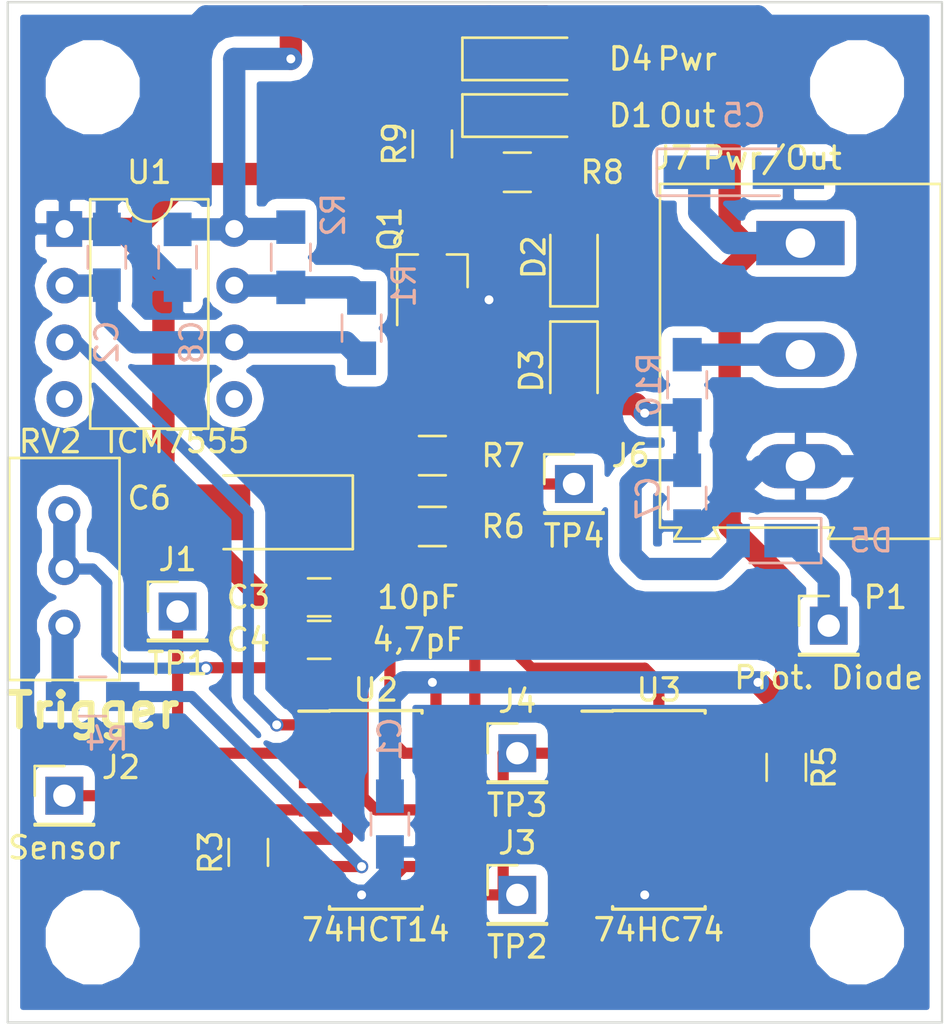
<source format=kicad_pcb>
(kicad_pcb (version 4) (host pcbnew 4.0.7)

  (general
    (links 67)
    (no_connects 0)
    (area 119.329999 83.769999 161.340001 129.590001)
    (thickness 1.6)
    (drawings 9)
    (tracks 229)
    (zones 0)
    (modules 39)
    (nets 26)
  )

  (page A4)
  (layers
    (0 F.Cu signal)
    (31 B.Cu signal)
    (32 B.Adhes user)
    (33 F.Adhes user)
    (34 B.Paste user)
    (35 F.Paste user)
    (36 B.SilkS user)
    (37 F.SilkS user)
    (38 B.Mask user)
    (39 F.Mask user)
    (40 Dwgs.User user)
    (41 Cmts.User user)
    (42 Eco1.User user)
    (43 Eco2.User user)
    (44 Edge.Cuts user)
    (45 Margin user)
    (46 B.CrtYd user)
    (47 F.CrtYd user)
    (48 B.Fab user)
    (49 F.Fab user)
  )

  (setup
    (last_trace_width 1)
    (user_trace_width 0.3)
    (user_trace_width 0.5)
    (user_trace_width 0.8)
    (user_trace_width 1)
    (trace_clearance 0.2)
    (zone_clearance 0.508)
    (zone_45_only no)
    (trace_min 0.2)
    (segment_width 0.2)
    (edge_width 0.1)
    (via_size 0.6)
    (via_drill 0.4)
    (via_min_size 0.4)
    (via_min_drill 0.3)
    (uvia_size 0.3)
    (uvia_drill 0.1)
    (uvias_allowed no)
    (uvia_min_size 0.2)
    (uvia_min_drill 0.1)
    (pcb_text_width 0.3)
    (pcb_text_size 1.5 1.5)
    (mod_edge_width 0.15)
    (mod_text_size 1 1)
    (mod_text_width 0.15)
    (pad_size 1.5 1.5)
    (pad_drill 0.6)
    (pad_to_mask_clearance 0)
    (aux_axis_origin 0 0)
    (visible_elements 7FFFFFFF)
    (pcbplotparams
      (layerselection 0x020f4_80000001)
      (usegerberextensions false)
      (usegerberattributes true)
      (excludeedgelayer false)
      (linewidth 0.100000)
      (plotframeref false)
      (viasonmask false)
      (mode 1)
      (useauxorigin true)
      (hpglpennumber 1)
      (hpglpenspeed 20)
      (hpglpendiameter 15)
      (hpglpenoverlay 2)
      (psnegative false)
      (psa4output false)
      (plotreference true)
      (plotvalue true)
      (plotinvisibletext false)
      (padsonsilk false)
      (subtractmaskfromsilk false)
      (outputformat 1)
      (mirror false)
      (drillshape 0)
      (scaleselection 1)
      (outputdirectory gerber))
  )

  (net 0 "")
  (net 1 +5V)
  (net 2 GND)
  (net 3 "Net-(C2-Pad1)")
  (net 4 "Net-(C3-Pad1)")
  (net 5 "Net-(C6-Pad1)")
  (net 6 "Net-(C7-Pad1)")
  (net 7 "Net-(D1-Pad1)")
  (net 8 "Net-(D2-Pad1)")
  (net 9 "Net-(D2-Pad2)")
  (net 10 "Net-(D4-Pad1)")
  (net 11 "Net-(D5-Pad1)")
  (net 12 "Net-(J1-Pad1)")
  (net 13 "Net-(J2-Pad1)")
  (net 14 "Net-(J3-Pad1)")
  (net 15 "Net-(J4-Pad1)")
  (net 16 "Net-(J6-Pad1)")
  (net 17 "Net-(J7-Pad2)")
  (net 18 "Net-(Q1-Pad1)")
  (net 19 "Net-(R1-Pad1)")
  (net 20 "Net-(R3-Pad2)")
  (net 21 "Net-(R4-Pad1)")
  (net 22 "Net-(R4-Pad2)")
  (net 23 "Net-(R5-Pad2)")
  (net 24 "Net-(U1-Pad3)")
  (net 25 "Net-(R6-Pad2)")

  (net_class Default "Это класс цепей по умолчанию."
    (clearance 0.2)
    (trace_width 0.25)
    (via_dia 0.6)
    (via_drill 0.4)
    (uvia_dia 0.3)
    (uvia_drill 0.1)
    (add_net +5V)
    (add_net GND)
    (add_net "Net-(C2-Pad1)")
    (add_net "Net-(C3-Pad1)")
    (add_net "Net-(C6-Pad1)")
    (add_net "Net-(C7-Pad1)")
    (add_net "Net-(D1-Pad1)")
    (add_net "Net-(D2-Pad1)")
    (add_net "Net-(D2-Pad2)")
    (add_net "Net-(D4-Pad1)")
    (add_net "Net-(D5-Pad1)")
    (add_net "Net-(J1-Pad1)")
    (add_net "Net-(J2-Pad1)")
    (add_net "Net-(J3-Pad1)")
    (add_net "Net-(J4-Pad1)")
    (add_net "Net-(J6-Pad1)")
    (add_net "Net-(J7-Pad2)")
    (add_net "Net-(Q1-Pad1)")
    (add_net "Net-(R1-Pad1)")
    (add_net "Net-(R3-Pad2)")
    (add_net "Net-(R4-Pad1)")
    (add_net "Net-(R4-Pad2)")
    (add_net "Net-(R5-Pad2)")
    (add_net "Net-(R6-Pad2)")
    (add_net "Net-(U1-Pad3)")
  )

  (module Mounting_Holes:MountingHole_3.2mm_M3 (layer F.Cu) (tedit 5AF2192A) (tstamp 5AF21959)
    (at 123.19 125.73)
    (descr "Mounting Hole 3.2mm, no annular, M3")
    (tags "mounting hole 3.2mm no annular m3")
    (attr virtual)
    (fp_text reference hole (at 0 -4.2) (layer F.SilkS) hide
      (effects (font (size 1 1) (thickness 0.15)))
    )
    (fp_text value hole (at 0 4.2) (layer F.Fab) hide
      (effects (font (size 1 1) (thickness 0.15)))
    )
    (fp_text user %R (at 0.3 0) (layer F.Fab)
      (effects (font (size 1 1) (thickness 0.15)))
    )
    (fp_circle (center 0 0) (end 3.2 0) (layer Cmts.User) (width 0.15))
    (fp_circle (center 0 0) (end 3.45 0) (layer F.CrtYd) (width 0.05))
    (pad 1 np_thru_hole circle (at 0 0) (size 3.2 3.2) (drill 3.2) (layers *.Cu *.Mask))
  )

  (module Mounting_Holes:MountingHole_3.2mm_M3 (layer F.Cu) (tedit 5AF2192A) (tstamp 5AF21950)
    (at 157.48 125.73)
    (descr "Mounting Hole 3.2mm, no annular, M3")
    (tags "mounting hole 3.2mm no annular m3")
    (attr virtual)
    (fp_text reference hole (at 0 -4.2) (layer F.SilkS) hide
      (effects (font (size 1 1) (thickness 0.15)))
    )
    (fp_text value hole (at 0 4.2) (layer F.Fab) hide
      (effects (font (size 1 1) (thickness 0.15)))
    )
    (fp_text user %R (at 0.3 0) (layer F.Fab)
      (effects (font (size 1 1) (thickness 0.15)))
    )
    (fp_circle (center 0 0) (end 3.2 0) (layer Cmts.User) (width 0.15))
    (fp_circle (center 0 0) (end 3.45 0) (layer F.CrtYd) (width 0.05))
    (pad 1 np_thru_hole circle (at 0 0) (size 3.2 3.2) (drill 3.2) (layers *.Cu *.Mask))
  )

  (module Mounting_Holes:MountingHole_3.2mm_M3 (layer F.Cu) (tedit 5AF2192A) (tstamp 5AF21943)
    (at 157.48 87.63)
    (descr "Mounting Hole 3.2mm, no annular, M3")
    (tags "mounting hole 3.2mm no annular m3")
    (attr virtual)
    (fp_text reference hole (at 0 -4.2) (layer F.SilkS) hide
      (effects (font (size 1 1) (thickness 0.15)))
    )
    (fp_text value hole (at 0 4.2) (layer F.Fab) hide
      (effects (font (size 1 1) (thickness 0.15)))
    )
    (fp_text user %R (at 0.3 0) (layer F.Fab)
      (effects (font (size 1 1) (thickness 0.15)))
    )
    (fp_circle (center 0 0) (end 3.2 0) (layer Cmts.User) (width 0.15))
    (fp_circle (center 0 0) (end 3.45 0) (layer F.CrtYd) (width 0.05))
    (pad 1 np_thru_hole circle (at 0 0) (size 3.2 3.2) (drill 3.2) (layers *.Cu *.Mask))
  )

  (module Capacitors_SMD:C_0805_HandSoldering (layer B.Cu) (tedit 5AD1B664) (tstamp 5A5F8746)
    (at 136.525 120.65 270)
    (descr "Capacitor SMD 0805, hand soldering")
    (tags "capacitor 0805")
    (path /5A57C71D)
    (attr smd)
    (fp_text reference C1 (at -3.81 0 270) (layer B.SilkS)
      (effects (font (size 1 1) (thickness 0.15)) (justify mirror))
    )
    (fp_text value 0,1 (at 0 -1.75 270) (layer B.Fab)
      (effects (font (size 1 1) (thickness 0.15)) (justify mirror))
    )
    (fp_text user %R (at -3.81 0 270) (layer B.Fab)
      (effects (font (size 1 1) (thickness 0.15)) (justify mirror))
    )
    (fp_line (start -1 -0.62) (end -1 0.62) (layer B.Fab) (width 0.1))
    (fp_line (start 1 -0.62) (end -1 -0.62) (layer B.Fab) (width 0.1))
    (fp_line (start 1 0.62) (end 1 -0.62) (layer B.Fab) (width 0.1))
    (fp_line (start -1 0.62) (end 1 0.62) (layer B.Fab) (width 0.1))
    (fp_line (start 0.5 0.85) (end -0.5 0.85) (layer B.SilkS) (width 0.12))
    (fp_line (start -0.5 -0.85) (end 0.5 -0.85) (layer B.SilkS) (width 0.12))
    (fp_line (start -2.25 0.88) (end 2.25 0.88) (layer B.CrtYd) (width 0.05))
    (fp_line (start -2.25 0.88) (end -2.25 -0.87) (layer B.CrtYd) (width 0.05))
    (fp_line (start 2.25 -0.87) (end 2.25 0.88) (layer B.CrtYd) (width 0.05))
    (fp_line (start 2.25 -0.87) (end -2.25 -0.87) (layer B.CrtYd) (width 0.05))
    (pad 1 smd rect (at -1.25 0 270) (size 1.5 1.25) (layers B.Cu B.Paste B.Mask)
      (net 1 +5V))
    (pad 2 smd rect (at 1.25 0 270) (size 1.5 1.25) (layers B.Cu B.Paste B.Mask)
      (net 2 GND))
    (model Capacitors_SMD.3dshapes/C_0805.wrl
      (at (xyz 0 0 0))
      (scale (xyz 1 1 1))
      (rotate (xyz 0 0 0))
    )
  )

  (module Capacitors_SMD:C_0805_HandSoldering (layer B.Cu) (tedit 5AD1B88E) (tstamp 5A5F874C)
    (at 123.825 95.25 90)
    (descr "Capacitor SMD 0805, hand soldering")
    (tags "capacitor 0805")
    (path /5A57793B)
    (attr smd)
    (fp_text reference C2 (at -3.81 0 90) (layer B.SilkS)
      (effects (font (size 1 1) (thickness 0.15)) (justify mirror))
    )
    (fp_text value 2n2 (at -6.35 0 90) (layer B.Fab)
      (effects (font (size 1 1) (thickness 0.15)) (justify mirror))
    )
    (fp_text user %R (at -3.81 0 90) (layer B.Fab)
      (effects (font (size 1 1) (thickness 0.15)) (justify mirror))
    )
    (fp_line (start -1 -0.62) (end -1 0.62) (layer B.Fab) (width 0.1))
    (fp_line (start 1 -0.62) (end -1 -0.62) (layer B.Fab) (width 0.1))
    (fp_line (start 1 0.62) (end 1 -0.62) (layer B.Fab) (width 0.1))
    (fp_line (start -1 0.62) (end 1 0.62) (layer B.Fab) (width 0.1))
    (fp_line (start 0.5 0.85) (end -0.5 0.85) (layer B.SilkS) (width 0.12))
    (fp_line (start -0.5 -0.85) (end 0.5 -0.85) (layer B.SilkS) (width 0.12))
    (fp_line (start -2.25 0.88) (end 2.25 0.88) (layer B.CrtYd) (width 0.05))
    (fp_line (start -2.25 0.88) (end -2.25 -0.87) (layer B.CrtYd) (width 0.05))
    (fp_line (start 2.25 -0.87) (end 2.25 0.88) (layer B.CrtYd) (width 0.05))
    (fp_line (start 2.25 -0.87) (end -2.25 -0.87) (layer B.CrtYd) (width 0.05))
    (pad 1 smd rect (at -1.25 0 90) (size 1.5 1.25) (layers B.Cu B.Paste B.Mask)
      (net 3 "Net-(C2-Pad1)"))
    (pad 2 smd rect (at 1.25 0 90) (size 1.5 1.25) (layers B.Cu B.Paste B.Mask)
      (net 2 GND))
    (model Capacitors_SMD.3dshapes/C_0805.wrl
      (at (xyz 0 0 0))
      (scale (xyz 1 1 1))
      (rotate (xyz 0 0 0))
    )
  )

  (module Capacitors_SMD:C_0805_HandSoldering (layer F.Cu) (tedit 5AD1B9CC) (tstamp 5A5F8752)
    (at 133.35 110.49 180)
    (descr "Capacitor SMD 0805, hand soldering")
    (tags "capacitor 0805")
    (path /5A5788DE)
    (attr smd)
    (fp_text reference C3 (at 3.175 0 180) (layer F.SilkS)
      (effects (font (size 1 1) (thickness 0.15)))
    )
    (fp_text value 10pF (at -4.445 0 180) (layer F.SilkS)
      (effects (font (size 1 1) (thickness 0.15)))
    )
    (fp_text user %R (at 3.175 0 180) (layer F.Fab)
      (effects (font (size 1 1) (thickness 0.15)))
    )
    (fp_line (start -1 0.62) (end -1 -0.62) (layer F.Fab) (width 0.1))
    (fp_line (start 1 0.62) (end -1 0.62) (layer F.Fab) (width 0.1))
    (fp_line (start 1 -0.62) (end 1 0.62) (layer F.Fab) (width 0.1))
    (fp_line (start -1 -0.62) (end 1 -0.62) (layer F.Fab) (width 0.1))
    (fp_line (start 0.5 -0.85) (end -0.5 -0.85) (layer F.SilkS) (width 0.12))
    (fp_line (start -0.5 0.85) (end 0.5 0.85) (layer F.SilkS) (width 0.12))
    (fp_line (start -2.25 -0.88) (end 2.25 -0.88) (layer F.CrtYd) (width 0.05))
    (fp_line (start -2.25 -0.88) (end -2.25 0.87) (layer F.CrtYd) (width 0.05))
    (fp_line (start 2.25 0.87) (end 2.25 -0.88) (layer F.CrtYd) (width 0.05))
    (fp_line (start 2.25 0.87) (end -2.25 0.87) (layer F.CrtYd) (width 0.05))
    (pad 1 smd rect (at -1.25 0 180) (size 1.5 1.25) (layers F.Cu F.Paste F.Mask)
      (net 4 "Net-(C3-Pad1)"))
    (pad 2 smd rect (at 1.25 0 180) (size 1.5 1.25) (layers F.Cu F.Paste F.Mask)
      (net 2 GND))
    (model Capacitors_SMD.3dshapes/C_0805.wrl
      (at (xyz 0 0 0))
      (scale (xyz 1 1 1))
      (rotate (xyz 0 0 0))
    )
  )

  (module Capacitors_SMD:C_0805_HandSoldering (layer F.Cu) (tedit 5AD1B9D0) (tstamp 5A5F8758)
    (at 133.35 112.395 180)
    (descr "Capacitor SMD 0805, hand soldering")
    (tags "capacitor 0805")
    (path /5A5F5345)
    (attr smd)
    (fp_text reference C4 (at 3.175 0 180) (layer F.SilkS)
      (effects (font (size 1 1) (thickness 0.15)))
    )
    (fp_text value 4,7pF (at -4.445 0 180) (layer F.SilkS)
      (effects (font (size 1 1) (thickness 0.15)))
    )
    (fp_text user %R (at 3.175 0 180) (layer F.Fab)
      (effects (font (size 1 1) (thickness 0.15)))
    )
    (fp_line (start -1 0.62) (end -1 -0.62) (layer F.Fab) (width 0.1))
    (fp_line (start 1 0.62) (end -1 0.62) (layer F.Fab) (width 0.1))
    (fp_line (start 1 -0.62) (end 1 0.62) (layer F.Fab) (width 0.1))
    (fp_line (start -1 -0.62) (end 1 -0.62) (layer F.Fab) (width 0.1))
    (fp_line (start 0.5 -0.85) (end -0.5 -0.85) (layer F.SilkS) (width 0.12))
    (fp_line (start -0.5 0.85) (end 0.5 0.85) (layer F.SilkS) (width 0.12))
    (fp_line (start -2.25 -0.88) (end 2.25 -0.88) (layer F.CrtYd) (width 0.05))
    (fp_line (start -2.25 -0.88) (end -2.25 0.87) (layer F.CrtYd) (width 0.05))
    (fp_line (start 2.25 0.87) (end 2.25 -0.88) (layer F.CrtYd) (width 0.05))
    (fp_line (start 2.25 0.87) (end -2.25 0.87) (layer F.CrtYd) (width 0.05))
    (pad 1 smd rect (at -1.25 0 180) (size 1.5 1.25) (layers F.Cu F.Paste F.Mask)
      (net 4 "Net-(C3-Pad1)"))
    (pad 2 smd rect (at 1.25 0 180) (size 1.5 1.25) (layers F.Cu F.Paste F.Mask)
      (net 2 GND))
    (model Capacitors_SMD.3dshapes/C_0805.wrl
      (at (xyz 0 0 0))
      (scale (xyz 1 1 1))
      (rotate (xyz 0 0 0))
    )
  )

  (module Capacitors_Tantalum_SMD:CP_Tantalum_Case-A_EIA-3216-18_Hand (layer B.Cu) (tedit 5AD1B684) (tstamp 5A5F875E)
    (at 152.4 91.44)
    (descr "Tantalum capacitor, Case A, EIA 3216-18, 3.2x1.6x1.6mm, Hand soldering footprint")
    (tags "capacitor tantalum smd")
    (path /5A57D1AC)
    (attr smd)
    (fp_text reference C5 (at 0 -2.54) (layer B.SilkS)
      (effects (font (size 1 1) (thickness 0.15)) (justify mirror))
    )
    (fp_text value 10,0 (at 0 -2.55) (layer B.Fab)
      (effects (font (size 1 1) (thickness 0.15)) (justify mirror))
    )
    (fp_text user %R (at 0 0) (layer B.Fab)
      (effects (font (size 0.7 0.7) (thickness 0.105)) (justify mirror))
    )
    (fp_line (start -4 1.2) (end -4 -1.2) (layer B.CrtYd) (width 0.05))
    (fp_line (start -4 -1.2) (end 4 -1.2) (layer B.CrtYd) (width 0.05))
    (fp_line (start 4 -1.2) (end 4 1.2) (layer B.CrtYd) (width 0.05))
    (fp_line (start 4 1.2) (end -4 1.2) (layer B.CrtYd) (width 0.05))
    (fp_line (start -1.6 0.8) (end -1.6 -0.8) (layer B.Fab) (width 0.1))
    (fp_line (start -1.6 -0.8) (end 1.6 -0.8) (layer B.Fab) (width 0.1))
    (fp_line (start 1.6 -0.8) (end 1.6 0.8) (layer B.Fab) (width 0.1))
    (fp_line (start 1.6 0.8) (end -1.6 0.8) (layer B.Fab) (width 0.1))
    (fp_line (start -1.28 0.8) (end -1.28 -0.8) (layer B.Fab) (width 0.1))
    (fp_line (start -1.12 0.8) (end -1.12 -0.8) (layer B.Fab) (width 0.1))
    (fp_line (start -3.9 1.05) (end 1.6 1.05) (layer B.SilkS) (width 0.12))
    (fp_line (start -3.9 -1.05) (end 1.6 -1.05) (layer B.SilkS) (width 0.12))
    (fp_line (start -3.9 1.05) (end -3.9 -1.05) (layer B.SilkS) (width 0.12))
    (pad 1 smd rect (at -2 0) (size 3.2 1.5) (layers B.Cu B.Paste B.Mask)
      (net 1 +5V))
    (pad 2 smd rect (at 2 0) (size 3.2 1.5) (layers B.Cu B.Paste B.Mask)
      (net 2 GND))
    (model Capacitors_Tantalum_SMD.3dshapes/CP_Tantalum_Case-A_EIA-3216-18.wrl
      (at (xyz 0 0 0))
      (scale (xyz 1 1 1))
      (rotate (xyz 0 0 0))
    )
  )

  (module Capacitors_Tantalum_SMD:CP_Tantalum_Case-B_EIA-3528-21_Hand (layer F.Cu) (tedit 5AD1B7F4) (tstamp 5A5F8764)
    (at 130.81 106.68 180)
    (descr "Tantalum capacitor, Case B, EIA 3528-21, 3.5x2.8x1.9mm, Hand soldering footprint")
    (tags "capacitor tantalum smd")
    (path /5A578B00)
    (attr smd)
    (fp_text reference C6 (at 5.08 0.635 180) (layer F.SilkS)
      (effects (font (size 1 1) (thickness 0.15)))
    )
    (fp_text value 10,0 (at -1.27 2.54 180) (layer F.Fab)
      (effects (font (size 1 1) (thickness 0.15)))
    )
    (fp_text user %R (at 0 0 180) (layer F.Fab)
      (effects (font (size 0.8 0.8) (thickness 0.12)))
    )
    (fp_line (start -4.15 -1.75) (end -4.15 1.75) (layer F.CrtYd) (width 0.05))
    (fp_line (start -4.15 1.75) (end 4.15 1.75) (layer F.CrtYd) (width 0.05))
    (fp_line (start 4.15 1.75) (end 4.15 -1.75) (layer F.CrtYd) (width 0.05))
    (fp_line (start 4.15 -1.75) (end -4.15 -1.75) (layer F.CrtYd) (width 0.05))
    (fp_line (start -1.75 -1.4) (end -1.75 1.4) (layer F.Fab) (width 0.1))
    (fp_line (start -1.75 1.4) (end 1.75 1.4) (layer F.Fab) (width 0.1))
    (fp_line (start 1.75 1.4) (end 1.75 -1.4) (layer F.Fab) (width 0.1))
    (fp_line (start 1.75 -1.4) (end -1.75 -1.4) (layer F.Fab) (width 0.1))
    (fp_line (start -1.4 -1.4) (end -1.4 1.4) (layer F.Fab) (width 0.1))
    (fp_line (start -1.225 -1.4) (end -1.225 1.4) (layer F.Fab) (width 0.1))
    (fp_line (start -4.05 -1.65) (end 1.75 -1.65) (layer F.SilkS) (width 0.12))
    (fp_line (start -4.05 1.65) (end 1.75 1.65) (layer F.SilkS) (width 0.12))
    (fp_line (start -4.05 -1.65) (end -4.05 1.65) (layer F.SilkS) (width 0.12))
    (pad 1 smd rect (at -2.15 0 180) (size 3.2 2.5) (layers F.Cu F.Paste F.Mask)
      (net 5 "Net-(C6-Pad1)"))
    (pad 2 smd rect (at 2.15 0 180) (size 3.2 2.5) (layers F.Cu F.Paste F.Mask)
      (net 2 GND))
    (model Capacitors_Tantalum_SMD.3dshapes/CP_Tantalum_Case-B_EIA-3528-21.wrl
      (at (xyz 0 0 0))
      (scale (xyz 1 1 1))
      (rotate (xyz 0 0 0))
    )
  )

  (module Capacitors_SMD:C_0805_HandSoldering (layer B.Cu) (tedit 58AA84A8) (tstamp 5A5F876A)
    (at 149.86 106.045 270)
    (descr "Capacitor SMD 0805, hand soldering")
    (tags "capacitor 0805")
    (path /5A579830)
    (attr smd)
    (fp_text reference C7 (at 0 1.75 270) (layer B.SilkS)
      (effects (font (size 1 1) (thickness 0.15)) (justify mirror))
    )
    (fp_text value 0,1 (at 0 -1.75 270) (layer B.Fab)
      (effects (font (size 1 1) (thickness 0.15)) (justify mirror))
    )
    (fp_text user %R (at 0 1.75 270) (layer B.Fab)
      (effects (font (size 1 1) (thickness 0.15)) (justify mirror))
    )
    (fp_line (start -1 -0.62) (end -1 0.62) (layer B.Fab) (width 0.1))
    (fp_line (start 1 -0.62) (end -1 -0.62) (layer B.Fab) (width 0.1))
    (fp_line (start 1 0.62) (end 1 -0.62) (layer B.Fab) (width 0.1))
    (fp_line (start -1 0.62) (end 1 0.62) (layer B.Fab) (width 0.1))
    (fp_line (start 0.5 0.85) (end -0.5 0.85) (layer B.SilkS) (width 0.12))
    (fp_line (start -0.5 -0.85) (end 0.5 -0.85) (layer B.SilkS) (width 0.12))
    (fp_line (start -2.25 0.88) (end 2.25 0.88) (layer B.CrtYd) (width 0.05))
    (fp_line (start -2.25 0.88) (end -2.25 -0.87) (layer B.CrtYd) (width 0.05))
    (fp_line (start 2.25 -0.87) (end 2.25 0.88) (layer B.CrtYd) (width 0.05))
    (fp_line (start 2.25 -0.87) (end -2.25 -0.87) (layer B.CrtYd) (width 0.05))
    (pad 1 smd rect (at -1.25 0 270) (size 1.5 1.25) (layers B.Cu B.Paste B.Mask)
      (net 6 "Net-(C7-Pad1)"))
    (pad 2 smd rect (at 1.25 0 270) (size 1.5 1.25) (layers B.Cu B.Paste B.Mask)
      (net 2 GND))
    (model Capacitors_SMD.3dshapes/C_0805.wrl
      (at (xyz 0 0 0))
      (scale (xyz 1 1 1))
      (rotate (xyz 0 0 0))
    )
  )

  (module Capacitors_SMD:C_0805_HandSoldering (layer B.Cu) (tedit 5AD1B892) (tstamp 5A5F8770)
    (at 127 95.25 90)
    (descr "Capacitor SMD 0805, hand soldering")
    (tags "capacitor 0805")
    (path /5A57CB5F)
    (attr smd)
    (fp_text reference C8 (at -3.81 0.635 90) (layer B.SilkS)
      (effects (font (size 1 1) (thickness 0.15)) (justify mirror))
    )
    (fp_text value 0,1 (at -6.35 0.635 90) (layer B.Fab)
      (effects (font (size 1 1) (thickness 0.15)) (justify mirror))
    )
    (fp_text user %R (at -3.81 0.635 90) (layer B.Fab)
      (effects (font (size 1 1) (thickness 0.15)) (justify mirror))
    )
    (fp_line (start -1 -0.62) (end -1 0.62) (layer B.Fab) (width 0.1))
    (fp_line (start 1 -0.62) (end -1 -0.62) (layer B.Fab) (width 0.1))
    (fp_line (start 1 0.62) (end 1 -0.62) (layer B.Fab) (width 0.1))
    (fp_line (start -1 0.62) (end 1 0.62) (layer B.Fab) (width 0.1))
    (fp_line (start 0.5 0.85) (end -0.5 0.85) (layer B.SilkS) (width 0.12))
    (fp_line (start -0.5 -0.85) (end 0.5 -0.85) (layer B.SilkS) (width 0.12))
    (fp_line (start -2.25 0.88) (end 2.25 0.88) (layer B.CrtYd) (width 0.05))
    (fp_line (start -2.25 0.88) (end -2.25 -0.87) (layer B.CrtYd) (width 0.05))
    (fp_line (start 2.25 -0.87) (end 2.25 0.88) (layer B.CrtYd) (width 0.05))
    (fp_line (start 2.25 -0.87) (end -2.25 -0.87) (layer B.CrtYd) (width 0.05))
    (pad 1 smd rect (at -1.25 0 90) (size 1.5 1.25) (layers B.Cu B.Paste B.Mask)
      (net 2 GND))
    (pad 2 smd rect (at 1.25 0 90) (size 1.5 1.25) (layers B.Cu B.Paste B.Mask)
      (net 1 +5V))
    (model Capacitors_SMD.3dshapes/C_0805.wrl
      (at (xyz 0 0 0))
      (scale (xyz 1 1 1))
      (rotate (xyz 0 0 0))
    )
  )

  (module LEDs:LED_1206_HandSoldering (layer F.Cu) (tedit 5AD1B844) (tstamp 5A5F8776)
    (at 142.875 88.9)
    (descr "LED SMD 1206, hand soldering")
    (tags "LED 1206")
    (path /5A5F8987)
    (attr smd)
    (fp_text reference D1 (at 4.445 0) (layer F.SilkS)
      (effects (font (size 1 1) (thickness 0.15)))
    )
    (fp_text value Out (at 6.985 0) (layer F.SilkS)
      (effects (font (size 1 1) (thickness 0.15)))
    )
    (fp_line (start -3.1 -0.95) (end -3.1 0.95) (layer F.SilkS) (width 0.12))
    (fp_line (start -0.4 0) (end 0.2 -0.4) (layer F.Fab) (width 0.1))
    (fp_line (start 0.2 -0.4) (end 0.2 0.4) (layer F.Fab) (width 0.1))
    (fp_line (start 0.2 0.4) (end -0.4 0) (layer F.Fab) (width 0.1))
    (fp_line (start -0.45 -0.4) (end -0.45 0.4) (layer F.Fab) (width 0.1))
    (fp_line (start -1.6 0.8) (end -1.6 -0.8) (layer F.Fab) (width 0.1))
    (fp_line (start 1.6 0.8) (end -1.6 0.8) (layer F.Fab) (width 0.1))
    (fp_line (start 1.6 -0.8) (end 1.6 0.8) (layer F.Fab) (width 0.1))
    (fp_line (start -1.6 -0.8) (end 1.6 -0.8) (layer F.Fab) (width 0.1))
    (fp_line (start -3.1 0.95) (end 1.6 0.95) (layer F.SilkS) (width 0.12))
    (fp_line (start -3.1 -0.95) (end 1.6 -0.95) (layer F.SilkS) (width 0.12))
    (fp_line (start -3.25 -1.11) (end 3.25 -1.11) (layer F.CrtYd) (width 0.05))
    (fp_line (start -3.25 -1.11) (end -3.25 1.1) (layer F.CrtYd) (width 0.05))
    (fp_line (start 3.25 1.1) (end 3.25 -1.11) (layer F.CrtYd) (width 0.05))
    (fp_line (start 3.25 1.1) (end -3.25 1.1) (layer F.CrtYd) (width 0.05))
    (pad 1 smd rect (at -2 0) (size 2 1.7) (layers F.Cu F.Paste F.Mask)
      (net 7 "Net-(D1-Pad1)"))
    (pad 2 smd rect (at 2 0) (size 2 1.7) (layers F.Cu F.Paste F.Mask)
      (net 1 +5V))
    (model ${KISYS3DMOD}/LEDs.3dshapes/LED_1206.wrl
      (at (xyz 0 0 0))
      (scale (xyz 1 1 1))
      (rotate (xyz 0 0 180))
    )
  )

  (module Diodes_SMD:D_1206 (layer F.Cu) (tedit 5AD1BABA) (tstamp 5A5F877C)
    (at 144.78 95.25 90)
    (descr "Diode SMD 1206, reflow soldering http://datasheets.avx.com/schottky.pdf")
    (tags "Diode 1206")
    (path /5A5797B5)
    (attr smd)
    (fp_text reference D2 (at 0 -1.8 90) (layer F.SilkS)
      (effects (font (size 1 1) (thickness 0.15)))
    )
    (fp_text value 1N4148 (at 1.905 2.54 90) (layer F.Fab)
      (effects (font (size 1 1) (thickness 0.15)))
    )
    (fp_text user %R (at 0 -1.8 90) (layer F.Fab)
      (effects (font (size 1 1) (thickness 0.15)))
    )
    (fp_line (start -0.254 -0.254) (end -0.254 0.254) (layer F.Fab) (width 0.1))
    (fp_line (start 0.127 0) (end 0.381 0) (layer F.Fab) (width 0.1))
    (fp_line (start -0.254 0) (end -0.508 0) (layer F.Fab) (width 0.1))
    (fp_line (start 0.127 0.254) (end -0.254 0) (layer F.Fab) (width 0.1))
    (fp_line (start 0.127 -0.254) (end 0.127 0.254) (layer F.Fab) (width 0.1))
    (fp_line (start -0.254 0) (end 0.127 -0.254) (layer F.Fab) (width 0.1))
    (fp_line (start -2.2 -1.06) (end -2.2 1.06) (layer F.SilkS) (width 0.12))
    (fp_line (start -1.7 0.95) (end -1.7 -0.95) (layer F.Fab) (width 0.1))
    (fp_line (start 1.7 0.95) (end -1.7 0.95) (layer F.Fab) (width 0.1))
    (fp_line (start 1.7 -0.95) (end 1.7 0.95) (layer F.Fab) (width 0.1))
    (fp_line (start -1.7 -0.95) (end 1.7 -0.95) (layer F.Fab) (width 0.1))
    (fp_line (start -2.3 -1.16) (end 2.3 -1.16) (layer F.CrtYd) (width 0.05))
    (fp_line (start -2.3 1.16) (end 2.3 1.16) (layer F.CrtYd) (width 0.05))
    (fp_line (start -2.3 -1.16) (end -2.3 1.16) (layer F.CrtYd) (width 0.05))
    (fp_line (start 2.3 -1.16) (end 2.3 1.16) (layer F.CrtYd) (width 0.05))
    (fp_line (start 1 -1.06) (end -2.2 -1.06) (layer F.SilkS) (width 0.12))
    (fp_line (start -2.2 1.06) (end 1 1.06) (layer F.SilkS) (width 0.12))
    (pad 1 smd rect (at -1.5 0 90) (size 1 1.6) (layers F.Cu F.Paste F.Mask)
      (net 8 "Net-(D2-Pad1)"))
    (pad 2 smd rect (at 1.5 0 90) (size 1 1.6) (layers F.Cu F.Paste F.Mask)
      (net 9 "Net-(D2-Pad2)"))
    (model ${KISYS3DMOD}/Diodes_SMD.3dshapes/D_1206.wrl
      (at (xyz 0 0 0))
      (scale (xyz 1 1 1))
      (rotate (xyz 0 0 0))
    )
  )

  (module Diodes_SMD:D_1206 (layer F.Cu) (tedit 5AD1B9A4) (tstamp 5A5F8782)
    (at 144.78 100.33 270)
    (descr "Diode SMD 1206, reflow soldering http://datasheets.avx.com/schottky.pdf")
    (tags "Diode 1206")
    (path /5A579726)
    (attr smd)
    (fp_text reference D3 (at 0 1.905 270) (layer F.SilkS)
      (effects (font (size 1 1) (thickness 0.15)))
    )
    (fp_text value 1N4148 (at 0 -1.905 270) (layer F.Fab)
      (effects (font (size 1 1) (thickness 0.15)))
    )
    (fp_text user %R (at 0 1.905 270) (layer F.Fab)
      (effects (font (size 1 1) (thickness 0.15)))
    )
    (fp_line (start -0.254 -0.254) (end -0.254 0.254) (layer F.Fab) (width 0.1))
    (fp_line (start 0.127 0) (end 0.381 0) (layer F.Fab) (width 0.1))
    (fp_line (start -0.254 0) (end -0.508 0) (layer F.Fab) (width 0.1))
    (fp_line (start 0.127 0.254) (end -0.254 0) (layer F.Fab) (width 0.1))
    (fp_line (start 0.127 -0.254) (end 0.127 0.254) (layer F.Fab) (width 0.1))
    (fp_line (start -0.254 0) (end 0.127 -0.254) (layer F.Fab) (width 0.1))
    (fp_line (start -2.2 -1.06) (end -2.2 1.06) (layer F.SilkS) (width 0.12))
    (fp_line (start -1.7 0.95) (end -1.7 -0.95) (layer F.Fab) (width 0.1))
    (fp_line (start 1.7 0.95) (end -1.7 0.95) (layer F.Fab) (width 0.1))
    (fp_line (start 1.7 -0.95) (end 1.7 0.95) (layer F.Fab) (width 0.1))
    (fp_line (start -1.7 -0.95) (end 1.7 -0.95) (layer F.Fab) (width 0.1))
    (fp_line (start -2.3 -1.16) (end 2.3 -1.16) (layer F.CrtYd) (width 0.05))
    (fp_line (start -2.3 1.16) (end 2.3 1.16) (layer F.CrtYd) (width 0.05))
    (fp_line (start -2.3 -1.16) (end -2.3 1.16) (layer F.CrtYd) (width 0.05))
    (fp_line (start 2.3 -1.16) (end 2.3 1.16) (layer F.CrtYd) (width 0.05))
    (fp_line (start 1 -1.06) (end -2.2 -1.06) (layer F.SilkS) (width 0.12))
    (fp_line (start -2.2 1.06) (end 1 1.06) (layer F.SilkS) (width 0.12))
    (pad 1 smd rect (at -1.5 0 270) (size 1 1.6) (layers F.Cu F.Paste F.Mask)
      (net 8 "Net-(D2-Pad1)"))
    (pad 2 smd rect (at 1.5 0 270) (size 1 1.6) (layers F.Cu F.Paste F.Mask)
      (net 6 "Net-(C7-Pad1)"))
    (model ${KISYS3DMOD}/Diodes_SMD.3dshapes/D_1206.wrl
      (at (xyz 0 0 0))
      (scale (xyz 1 1 1))
      (rotate (xyz 0 0 0))
    )
  )

  (module LEDs:LED_1206_HandSoldering (layer F.Cu) (tedit 5AD1B838) (tstamp 5A5F8788)
    (at 142.875 86.36)
    (descr "LED SMD 1206, hand soldering")
    (tags "LED 1206")
    (path /5A5F8B5C)
    (attr smd)
    (fp_text reference D4 (at 4.445 0) (layer F.SilkS)
      (effects (font (size 1 1) (thickness 0.15)))
    )
    (fp_text value Pwr (at 6.985 0) (layer F.SilkS)
      (effects (font (size 1 1) (thickness 0.15)))
    )
    (fp_line (start -3.1 -0.95) (end -3.1 0.95) (layer F.SilkS) (width 0.12))
    (fp_line (start -0.4 0) (end 0.2 -0.4) (layer F.Fab) (width 0.1))
    (fp_line (start 0.2 -0.4) (end 0.2 0.4) (layer F.Fab) (width 0.1))
    (fp_line (start 0.2 0.4) (end -0.4 0) (layer F.Fab) (width 0.1))
    (fp_line (start -0.45 -0.4) (end -0.45 0.4) (layer F.Fab) (width 0.1))
    (fp_line (start -1.6 0.8) (end -1.6 -0.8) (layer F.Fab) (width 0.1))
    (fp_line (start 1.6 0.8) (end -1.6 0.8) (layer F.Fab) (width 0.1))
    (fp_line (start 1.6 -0.8) (end 1.6 0.8) (layer F.Fab) (width 0.1))
    (fp_line (start -1.6 -0.8) (end 1.6 -0.8) (layer F.Fab) (width 0.1))
    (fp_line (start -3.1 0.95) (end 1.6 0.95) (layer F.SilkS) (width 0.12))
    (fp_line (start -3.1 -0.95) (end 1.6 -0.95) (layer F.SilkS) (width 0.12))
    (fp_line (start -3.25 -1.11) (end 3.25 -1.11) (layer F.CrtYd) (width 0.05))
    (fp_line (start -3.25 -1.11) (end -3.25 1.1) (layer F.CrtYd) (width 0.05))
    (fp_line (start 3.25 1.1) (end 3.25 -1.11) (layer F.CrtYd) (width 0.05))
    (fp_line (start 3.25 1.1) (end -3.25 1.1) (layer F.CrtYd) (width 0.05))
    (pad 1 smd rect (at -2 0) (size 2 1.7) (layers F.Cu F.Paste F.Mask)
      (net 10 "Net-(D4-Pad1)"))
    (pad 2 smd rect (at 2 0) (size 2 1.7) (layers F.Cu F.Paste F.Mask)
      (net 1 +5V))
    (model ${KISYS3DMOD}/LEDs.3dshapes/LED_1206.wrl
      (at (xyz 0 0 0))
      (scale (xyz 1 1 1))
      (rotate (xyz 0 0 180))
    )
  )

  (module Diodes_SMD:D_PowerDI-123 (layer B.Cu) (tedit 5AD1B678) (tstamp 5A5F878E)
    (at 153.67 107.95 180)
    (descr http://www.diodes.com/_files/datasheets/ds30497.pdf)
    (tags "PowerDI diode vishay")
    (path /5A5F8E01)
    (attr smd)
    (fp_text reference D5 (at -4.445 0 180) (layer B.SilkS)
      (effects (font (size 1 1) (thickness 0.15)) (justify mirror))
    )
    (fp_text value 1N4148 (at 0 -2.5 180) (layer B.Fab)
      (effects (font (size 1 1) (thickness 0.15)) (justify mirror))
    )
    (fp_text user %R (at -4.445 0 180) (layer B.Fab)
      (effects (font (size 1 1) (thickness 0.15)) (justify mirror))
    )
    (fp_line (start 0.3 0) (end 0.7 0) (layer B.Fab) (width 0.1))
    (fp_line (start 0.3 0.5) (end -0.5 0) (layer B.Fab) (width 0.1))
    (fp_line (start 0.3 -0.5) (end 0.3 0.5) (layer B.Fab) (width 0.1))
    (fp_line (start -0.5 0) (end 0.3 -0.5) (layer B.Fab) (width 0.1))
    (fp_line (start -0.5 0) (end -0.5 -0.5) (layer B.Fab) (width 0.1))
    (fp_line (start -0.5 0) (end -0.5 0.5) (layer B.Fab) (width 0.1))
    (fp_line (start -0.8 0) (end -0.5 0) (layer B.Fab) (width 0.1))
    (fp_line (start -1.4 -0.9) (end -1.4 0.9) (layer B.Fab) (width 0.1))
    (fp_line (start 1.4 -0.9) (end -1.4 -0.9) (layer B.Fab) (width 0.1))
    (fp_line (start 1.4 0.9) (end 1.4 -0.9) (layer B.Fab) (width 0.1))
    (fp_line (start -1.4 0.9) (end 1.4 0.9) (layer B.Fab) (width 0.1))
    (fp_line (start 2.5 -1.3) (end -2.5 -1.3) (layer B.CrtYd) (width 0.05))
    (fp_line (start 2.5 1.3) (end 2.5 -1.3) (layer B.CrtYd) (width 0.05))
    (fp_line (start -2.5 1.3) (end 2.5 1.3) (layer B.CrtYd) (width 0.05))
    (fp_line (start -2.5 -1.3) (end -2.5 1.3) (layer B.CrtYd) (width 0.05))
    (fp_line (start 1 1) (end -2.2 1) (layer B.SilkS) (width 0.12))
    (fp_line (start -2.2 -1) (end 1 -1) (layer B.SilkS) (width 0.12))
    (fp_line (start -2.2 -1) (end -2.2 1) (layer B.SilkS) (width 0.12))
    (pad 1 smd rect (at -0.85 0) (size 2.4 1.5) (layers B.Cu B.Paste B.Mask)
      (net 11 "Net-(D5-Pad1)"))
    (pad 2 smd rect (at 1.525 0) (size 1.05 1.5) (layers B.Cu B.Paste B.Mask)
      (net 6 "Net-(C7-Pad1)"))
    (model ${KISYS3DMOD}/Diodes_SMD.3dshapes/D_PowerDI-123.wrl
      (at (xyz 0 0 0))
      (scale (xyz 1 1 1))
      (rotate (xyz 0 0 0))
    )
  )

  (module Pin_Headers:Pin_Header_Straight_1x01_Pitch2.54mm (layer F.Cu) (tedit 5AD1B7DD) (tstamp 5A5F8793)
    (at 127 111.125)
    (descr "Through hole straight pin header, 1x01, 2.54mm pitch, single row")
    (tags "Through hole pin header THT 1x01 2.54mm single row")
    (path /5A57A984)
    (fp_text reference J1 (at 0 -2.33) (layer F.SilkS)
      (effects (font (size 1 1) (thickness 0.15)))
    )
    (fp_text value TP1 (at 0 2.33) (layer F.SilkS)
      (effects (font (size 1 1) (thickness 0.15)))
    )
    (fp_line (start -0.635 -1.27) (end 1.27 -1.27) (layer F.Fab) (width 0.1))
    (fp_line (start 1.27 -1.27) (end 1.27 1.27) (layer F.Fab) (width 0.1))
    (fp_line (start 1.27 1.27) (end -1.27 1.27) (layer F.Fab) (width 0.1))
    (fp_line (start -1.27 1.27) (end -1.27 -0.635) (layer F.Fab) (width 0.1))
    (fp_line (start -1.27 -0.635) (end -0.635 -1.27) (layer F.Fab) (width 0.1))
    (fp_line (start -1.33 1.33) (end 1.33 1.33) (layer F.SilkS) (width 0.12))
    (fp_line (start -1.33 1.27) (end -1.33 1.33) (layer F.SilkS) (width 0.12))
    (fp_line (start 1.33 1.27) (end 1.33 1.33) (layer F.SilkS) (width 0.12))
    (fp_line (start -1.33 1.27) (end 1.33 1.27) (layer F.SilkS) (width 0.12))
    (fp_line (start -1.33 0) (end -1.33 -1.33) (layer F.SilkS) (width 0.12))
    (fp_line (start -1.33 -1.33) (end 0 -1.33) (layer F.SilkS) (width 0.12))
    (fp_line (start -1.8 -1.8) (end -1.8 1.8) (layer F.CrtYd) (width 0.05))
    (fp_line (start -1.8 1.8) (end 1.8 1.8) (layer F.CrtYd) (width 0.05))
    (fp_line (start 1.8 1.8) (end 1.8 -1.8) (layer F.CrtYd) (width 0.05))
    (fp_line (start 1.8 -1.8) (end -1.8 -1.8) (layer F.CrtYd) (width 0.05))
    (fp_text user %R (at 0 0 90) (layer F.Fab)
      (effects (font (size 1 1) (thickness 0.15)))
    )
    (pad 1 thru_hole rect (at 0 0) (size 1.7 1.7) (drill 1) (layers *.Cu *.Mask)
      (net 12 "Net-(J1-Pad1)"))
    (model ${KISYS3DMOD}/Pin_Headers.3dshapes/Pin_Header_Straight_1x01_Pitch2.54mm.wrl
      (at (xyz 0 0 0))
      (scale (xyz 1 1 1))
      (rotate (xyz 0 0 0))
    )
  )

  (module Pin_Headers:Pin_Header_Straight_1x01_Pitch2.54mm (layer F.Cu) (tedit 5AD1B707) (tstamp 5A5F8798)
    (at 121.92 119.38)
    (descr "Through hole straight pin header, 1x01, 2.54mm pitch, single row")
    (tags "Through hole pin header THT 1x01 2.54mm single row")
    (path /5A5785A0)
    (fp_text reference J2 (at 2.54 -1.27) (layer F.SilkS)
      (effects (font (size 1 1) (thickness 0.15)))
    )
    (fp_text value Sensor (at 0 2.33) (layer F.SilkS)
      (effects (font (size 1 1) (thickness 0.15)))
    )
    (fp_line (start -0.635 -1.27) (end 1.27 -1.27) (layer F.Fab) (width 0.1))
    (fp_line (start 1.27 -1.27) (end 1.27 1.27) (layer F.Fab) (width 0.1))
    (fp_line (start 1.27 1.27) (end -1.27 1.27) (layer F.Fab) (width 0.1))
    (fp_line (start -1.27 1.27) (end -1.27 -0.635) (layer F.Fab) (width 0.1))
    (fp_line (start -1.27 -0.635) (end -0.635 -1.27) (layer F.Fab) (width 0.1))
    (fp_line (start -1.33 1.33) (end 1.33 1.33) (layer F.SilkS) (width 0.12))
    (fp_line (start -1.33 1.27) (end -1.33 1.33) (layer F.SilkS) (width 0.12))
    (fp_line (start 1.33 1.27) (end 1.33 1.33) (layer F.SilkS) (width 0.12))
    (fp_line (start -1.33 1.27) (end 1.33 1.27) (layer F.SilkS) (width 0.12))
    (fp_line (start -1.33 0) (end -1.33 -1.33) (layer F.SilkS) (width 0.12))
    (fp_line (start -1.33 -1.33) (end 0 -1.33) (layer F.SilkS) (width 0.12))
    (fp_line (start -1.8 -1.8) (end -1.8 1.8) (layer F.CrtYd) (width 0.05))
    (fp_line (start -1.8 1.8) (end 1.8 1.8) (layer F.CrtYd) (width 0.05))
    (fp_line (start 1.8 1.8) (end 1.8 -1.8) (layer F.CrtYd) (width 0.05))
    (fp_line (start 1.8 -1.8) (end -1.8 -1.8) (layer F.CrtYd) (width 0.05))
    (fp_text user %R (at 0 0 90) (layer F.Fab)
      (effects (font (size 1 1) (thickness 0.15)))
    )
    (pad 1 thru_hole rect (at 0 0) (size 1.7 1.7) (drill 1) (layers *.Cu *.Mask)
      (net 13 "Net-(J2-Pad1)"))
    (model ${KISYS3DMOD}/Pin_Headers.3dshapes/Pin_Header_Straight_1x01_Pitch2.54mm.wrl
      (at (xyz 0 0 0))
      (scale (xyz 1 1 1))
      (rotate (xyz 0 0 0))
    )
  )

  (module Pin_Headers:Pin_Header_Straight_1x01_Pitch2.54mm (layer F.Cu) (tedit 5AD1B7C6) (tstamp 5A5F879D)
    (at 142.24 123.825)
    (descr "Through hole straight pin header, 1x01, 2.54mm pitch, single row")
    (tags "Through hole pin header THT 1x01 2.54mm single row")
    (path /5A57A7EC)
    (fp_text reference J3 (at 0 -2.33) (layer F.SilkS)
      (effects (font (size 1 1) (thickness 0.15)))
    )
    (fp_text value TP2 (at 0 2.33) (layer F.SilkS)
      (effects (font (size 1 1) (thickness 0.15)))
    )
    (fp_line (start -0.635 -1.27) (end 1.27 -1.27) (layer F.Fab) (width 0.1))
    (fp_line (start 1.27 -1.27) (end 1.27 1.27) (layer F.Fab) (width 0.1))
    (fp_line (start 1.27 1.27) (end -1.27 1.27) (layer F.Fab) (width 0.1))
    (fp_line (start -1.27 1.27) (end -1.27 -0.635) (layer F.Fab) (width 0.1))
    (fp_line (start -1.27 -0.635) (end -0.635 -1.27) (layer F.Fab) (width 0.1))
    (fp_line (start -1.33 1.33) (end 1.33 1.33) (layer F.SilkS) (width 0.12))
    (fp_line (start -1.33 1.27) (end -1.33 1.33) (layer F.SilkS) (width 0.12))
    (fp_line (start 1.33 1.27) (end 1.33 1.33) (layer F.SilkS) (width 0.12))
    (fp_line (start -1.33 1.27) (end 1.33 1.27) (layer F.SilkS) (width 0.12))
    (fp_line (start -1.33 0) (end -1.33 -1.33) (layer F.SilkS) (width 0.12))
    (fp_line (start -1.33 -1.33) (end 0 -1.33) (layer F.SilkS) (width 0.12))
    (fp_line (start -1.8 -1.8) (end -1.8 1.8) (layer F.CrtYd) (width 0.05))
    (fp_line (start -1.8 1.8) (end 1.8 1.8) (layer F.CrtYd) (width 0.05))
    (fp_line (start 1.8 1.8) (end 1.8 -1.8) (layer F.CrtYd) (width 0.05))
    (fp_line (start 1.8 -1.8) (end -1.8 -1.8) (layer F.CrtYd) (width 0.05))
    (fp_text user %R (at 0 0 90) (layer F.Fab)
      (effects (font (size 1 1) (thickness 0.15)))
    )
    (pad 1 thru_hole rect (at 0 0) (size 1.7 1.7) (drill 1) (layers *.Cu *.Mask)
      (net 14 "Net-(J3-Pad1)"))
    (model ${KISYS3DMOD}/Pin_Headers.3dshapes/Pin_Header_Straight_1x01_Pitch2.54mm.wrl
      (at (xyz 0 0 0))
      (scale (xyz 1 1 1))
      (rotate (xyz 0 0 0))
    )
  )

  (module Pin_Headers:Pin_Header_Straight_1x01_Pitch2.54mm (layer F.Cu) (tedit 5AD1B7CD) (tstamp 5A5F87A2)
    (at 142.24 117.475)
    (descr "Through hole straight pin header, 1x01, 2.54mm pitch, single row")
    (tags "Through hole pin header THT 1x01 2.54mm single row")
    (path /5A57A6E9)
    (fp_text reference J4 (at 0 -2.33) (layer F.SilkS)
      (effects (font (size 1 1) (thickness 0.15)))
    )
    (fp_text value TP3 (at 0 2.33) (layer F.SilkS)
      (effects (font (size 1 1) (thickness 0.15)))
    )
    (fp_line (start -0.635 -1.27) (end 1.27 -1.27) (layer F.Fab) (width 0.1))
    (fp_line (start 1.27 -1.27) (end 1.27 1.27) (layer F.Fab) (width 0.1))
    (fp_line (start 1.27 1.27) (end -1.27 1.27) (layer F.Fab) (width 0.1))
    (fp_line (start -1.27 1.27) (end -1.27 -0.635) (layer F.Fab) (width 0.1))
    (fp_line (start -1.27 -0.635) (end -0.635 -1.27) (layer F.Fab) (width 0.1))
    (fp_line (start -1.33 1.33) (end 1.33 1.33) (layer F.SilkS) (width 0.12))
    (fp_line (start -1.33 1.27) (end -1.33 1.33) (layer F.SilkS) (width 0.12))
    (fp_line (start 1.33 1.27) (end 1.33 1.33) (layer F.SilkS) (width 0.12))
    (fp_line (start -1.33 1.27) (end 1.33 1.27) (layer F.SilkS) (width 0.12))
    (fp_line (start -1.33 0) (end -1.33 -1.33) (layer F.SilkS) (width 0.12))
    (fp_line (start -1.33 -1.33) (end 0 -1.33) (layer F.SilkS) (width 0.12))
    (fp_line (start -1.8 -1.8) (end -1.8 1.8) (layer F.CrtYd) (width 0.05))
    (fp_line (start -1.8 1.8) (end 1.8 1.8) (layer F.CrtYd) (width 0.05))
    (fp_line (start 1.8 1.8) (end 1.8 -1.8) (layer F.CrtYd) (width 0.05))
    (fp_line (start 1.8 -1.8) (end -1.8 -1.8) (layer F.CrtYd) (width 0.05))
    (fp_text user %R (at 0 0 90) (layer F.Fab)
      (effects (font (size 1 1) (thickness 0.15)))
    )
    (pad 1 thru_hole rect (at 0 0) (size 1.7 1.7) (drill 1) (layers *.Cu *.Mask)
      (net 15 "Net-(J4-Pad1)"))
    (model ${KISYS3DMOD}/Pin_Headers.3dshapes/Pin_Header_Straight_1x01_Pitch2.54mm.wrl
      (at (xyz 0 0 0))
      (scale (xyz 1 1 1))
      (rotate (xyz 0 0 0))
    )
  )

  (module Pin_Headers:Pin_Header_Straight_1x01_Pitch2.54mm (layer F.Cu) (tedit 5AD1B7D5) (tstamp 5A5F87AE)
    (at 144.78 105.41)
    (descr "Through hole straight pin header, 1x01, 2.54mm pitch, single row")
    (tags "Through hole pin header THT 1x01 2.54mm single row")
    (path /5A57A4C4)
    (fp_text reference J6 (at 2.54 -1.27) (layer F.SilkS)
      (effects (font (size 1 1) (thickness 0.15)))
    )
    (fp_text value TP4 (at 0 2.33) (layer F.SilkS)
      (effects (font (size 1 1) (thickness 0.15)))
    )
    (fp_line (start -0.635 -1.27) (end 1.27 -1.27) (layer F.Fab) (width 0.1))
    (fp_line (start 1.27 -1.27) (end 1.27 1.27) (layer F.Fab) (width 0.1))
    (fp_line (start 1.27 1.27) (end -1.27 1.27) (layer F.Fab) (width 0.1))
    (fp_line (start -1.27 1.27) (end -1.27 -0.635) (layer F.Fab) (width 0.1))
    (fp_line (start -1.27 -0.635) (end -0.635 -1.27) (layer F.Fab) (width 0.1))
    (fp_line (start -1.33 1.33) (end 1.33 1.33) (layer F.SilkS) (width 0.12))
    (fp_line (start -1.33 1.27) (end -1.33 1.33) (layer F.SilkS) (width 0.12))
    (fp_line (start 1.33 1.27) (end 1.33 1.33) (layer F.SilkS) (width 0.12))
    (fp_line (start -1.33 1.27) (end 1.33 1.27) (layer F.SilkS) (width 0.12))
    (fp_line (start -1.33 0) (end -1.33 -1.33) (layer F.SilkS) (width 0.12))
    (fp_line (start -1.33 -1.33) (end 0 -1.33) (layer F.SilkS) (width 0.12))
    (fp_line (start -1.8 -1.8) (end -1.8 1.8) (layer F.CrtYd) (width 0.05))
    (fp_line (start -1.8 1.8) (end 1.8 1.8) (layer F.CrtYd) (width 0.05))
    (fp_line (start 1.8 1.8) (end 1.8 -1.8) (layer F.CrtYd) (width 0.05))
    (fp_line (start 1.8 -1.8) (end -1.8 -1.8) (layer F.CrtYd) (width 0.05))
    (fp_text user %R (at 0 0 90) (layer F.Fab)
      (effects (font (size 1 1) (thickness 0.15)))
    )
    (pad 1 thru_hole rect (at 0 0) (size 1.7 1.7) (drill 1) (layers *.Cu *.Mask)
      (net 16 "Net-(J6-Pad1)"))
    (model ${KISYS3DMOD}/Pin_Headers.3dshapes/Pin_Header_Straight_1x01_Pitch2.54mm.wrl
      (at (xyz 0 0 0))
      (scale (xyz 1 1 1))
      (rotate (xyz 0 0 0))
    )
  )

  (module Connectors_Terminal_Blocks:TerminalBlock_Altech_AK300-3_P5.00mm (layer F.Cu) (tedit 5AD1B8E3) (tstamp 5A5F87B5)
    (at 154.94 94.615 270)
    (descr "Altech AK300 terminal block, pitch 5.0mm, 45 degree angled, see http://www.mouser.com/ds/2/16/PCBMETRC-24178.pdf")
    (tags "Altech AK300 terminal block pitch 5.0mm")
    (path /5A57A1B7)
    (fp_text reference J7 (at -3.81 5.715 360) (layer F.SilkS)
      (effects (font (size 1 1) (thickness 0.15)))
    )
    (fp_text value Pwr/Out (at -3.81 1.27 360) (layer F.SilkS)
      (effects (font (size 1 1) (thickness 0.15)))
    )
    (fp_text user %R (at -3.81 5.715 360) (layer F.Fab)
      (effects (font (size 1 1) (thickness 0.15)))
    )
    (fp_line (start -2.65 -6.3) (end -2.65 6.3) (layer F.SilkS) (width 0.12))
    (fp_line (start -2.65 6.3) (end 12.75 6.3) (layer F.SilkS) (width 0.12))
    (fp_line (start 12.75 6.3) (end 12.75 5.35) (layer F.SilkS) (width 0.12))
    (fp_line (start 12.75 5.35) (end 13.25 5.65) (layer F.SilkS) (width 0.12))
    (fp_line (start 13.25 5.65) (end 13.25 3.65) (layer F.SilkS) (width 0.12))
    (fp_line (start 13.25 3.65) (end 12.75 3.9) (layer F.SilkS) (width 0.12))
    (fp_line (start 12.75 3.9) (end 12.75 -1.5) (layer F.SilkS) (width 0.12))
    (fp_line (start 12.75 -1.5) (end 13.25 -1.25) (layer F.SilkS) (width 0.12))
    (fp_line (start 13.25 -1.25) (end 13.25 -6.3) (layer F.SilkS) (width 0.12))
    (fp_line (start 13.25 -6.3) (end -2.65 -6.3) (layer F.SilkS) (width 0.12))
    (fp_line (start 12.66 -0.65) (end -2.52 -0.65) (layer F.Fab) (width 0.1))
    (fp_line (start 8.02 3.99) (end 8.02 -0.26) (layer F.Fab) (width 0.1))
    (fp_line (start 12.09 6.21) (end 7.58 6.21) (layer F.Fab) (width 0.1))
    (fp_line (start 7.58 -3.19) (end 12.6 -3.19) (layer F.Fab) (width 0.1))
    (fp_line (start -2.58 -6.23) (end 12.66 -6.23) (layer F.Fab) (width 0.1))
    (fp_line (start 8.42 -0.26) (end 11.72 -0.26) (layer F.Fab) (width 0.1))
    (fp_line (start 8.04 -0.26) (end 8.42 -0.26) (layer F.Fab) (width 0.1))
    (fp_line (start 12.1 -0.26) (end 11.72 -0.26) (layer F.Fab) (width 0.1))
    (fp_line (start 8.57 -4.33) (end 11.62 -4.96) (layer F.Fab) (width 0.1))
    (fp_line (start 8.44 -4.46) (end 11.49 -5.09) (layer F.Fab) (width 0.1))
    (fp_line (start 12.1 -3.44) (end 8.04 -3.44) (layer F.Fab) (width 0.1))
    (fp_line (start 12.1 -5.98) (end 12.1 -3.44) (layer F.Fab) (width 0.1))
    (fp_line (start 8.04 -5.98) (end 12.1 -5.98) (layer F.Fab) (width 0.1))
    (fp_line (start 8.04 -3.44) (end 8.04 -5.98) (layer F.Fab) (width 0.1))
    (fp_line (start 12.66 -3.19) (end 12.66 -1.66) (layer F.Fab) (width 0.1))
    (fp_line (start 12.66 -0.65) (end 12.66 4.05) (layer F.Fab) (width 0.1))
    (fp_line (start 12.66 -1.66) (end 12.66 -0.65) (layer F.Fab) (width 0.1))
    (fp_line (start 11.72 0.5) (end 11.34 0.5) (layer F.Fab) (width 0.1))
    (fp_line (start 8.42 0.5) (end 8.8 0.5) (layer F.Fab) (width 0.1))
    (fp_line (start 8.42 3.67) (end 8.42 0.5) (layer F.Fab) (width 0.1))
    (fp_line (start 11.72 3.67) (end 8.42 3.67) (layer F.Fab) (width 0.1))
    (fp_line (start 11.72 3.67) (end 11.72 0.5) (layer F.Fab) (width 0.1))
    (fp_line (start 12.1 4.31) (end 12.1 6.21) (layer F.Fab) (width 0.1))
    (fp_line (start 8.04 4.31) (end 12.1 4.31) (layer F.Fab) (width 0.1))
    (fp_line (start 12.1 6.21) (end 12.66 6.21) (layer F.Fab) (width 0.1))
    (fp_line (start 12.1 -0.26) (end 12.1 4.31) (layer F.Fab) (width 0.1))
    (fp_line (start 8.04 6.21) (end 8.04 4.31) (layer F.Fab) (width 0.1))
    (fp_line (start 13.17 3.8) (end 13.17 5.45) (layer F.Fab) (width 0.1))
    (fp_line (start 12.66 4.05) (end 12.66 5.2) (layer F.Fab) (width 0.1))
    (fp_line (start 13.17 3.8) (end 12.66 4.05) (layer F.Fab) (width 0.1))
    (fp_line (start 12.66 5.2) (end 12.66 6.21) (layer F.Fab) (width 0.1))
    (fp_line (start 13.17 5.45) (end 12.66 5.2) (layer F.Fab) (width 0.1))
    (fp_line (start 13.17 -1.41) (end 12.66 -1.66) (layer F.Fab) (width 0.1))
    (fp_line (start 13.17 -6.23) (end 13.17 -1.41) (layer F.Fab) (width 0.1))
    (fp_line (start 12.66 -6.23) (end 13.17 -6.23) (layer F.Fab) (width 0.1))
    (fp_line (start 12.66 -6.23) (end 12.66 -3.19) (layer F.Fab) (width 0.1))
    (fp_line (start 8.8 2.53) (end 8.8 -0.26) (layer F.Fab) (width 0.1))
    (fp_line (start 8.8 -0.26) (end 11.34 -0.26) (layer F.Fab) (width 0.1))
    (fp_line (start 11.34 2.53) (end 11.34 -0.26) (layer F.Fab) (width 0.1))
    (fp_line (start 8.8 2.53) (end 11.34 2.53) (layer F.Fab) (width 0.1))
    (fp_line (start -1.28 2.53) (end 1.26 2.53) (layer F.Fab) (width 0.1))
    (fp_line (start 1.26 2.53) (end 1.26 -0.26) (layer F.Fab) (width 0.1))
    (fp_line (start -1.28 -0.26) (end 1.26 -0.26) (layer F.Fab) (width 0.1))
    (fp_line (start -1.28 2.53) (end -1.28 -0.26) (layer F.Fab) (width 0.1))
    (fp_line (start 3.72 2.53) (end 6.26 2.53) (layer F.Fab) (width 0.1))
    (fp_line (start 6.26 2.53) (end 6.26 -0.26) (layer F.Fab) (width 0.1))
    (fp_line (start 3.72 -0.26) (end 6.26 -0.26) (layer F.Fab) (width 0.1))
    (fp_line (start 3.72 2.53) (end 3.72 -0.26) (layer F.Fab) (width 0.1))
    (fp_line (start 8.02 5.2) (end 8.02 6.21) (layer F.Fab) (width 0.1))
    (fp_line (start 8.02 4.05) (end 8.02 5.2) (layer F.Fab) (width 0.1))
    (fp_line (start 2.96 6.21) (end 2.96 4.31) (layer F.Fab) (width 0.1))
    (fp_line (start 7.02 -0.26) (end 7.02 4.31) (layer F.Fab) (width 0.1))
    (fp_line (start 2.96 6.21) (end 7.02 6.21) (layer F.Fab) (width 0.1))
    (fp_line (start 7.02 6.21) (end 7.58 6.21) (layer F.Fab) (width 0.1))
    (fp_line (start 2.02 6.21) (end 2.02 4.31) (layer F.Fab) (width 0.1))
    (fp_line (start 2.02 6.21) (end 2.96 6.21) (layer F.Fab) (width 0.1))
    (fp_line (start -2.05 -0.26) (end -2.05 4.31) (layer F.Fab) (width 0.1))
    (fp_line (start -2.58 6.21) (end -2.05 6.21) (layer F.Fab) (width 0.1))
    (fp_line (start -2.05 6.21) (end 2.02 6.21) (layer F.Fab) (width 0.1))
    (fp_line (start 2.96 4.31) (end 7.02 4.31) (layer F.Fab) (width 0.1))
    (fp_line (start 2.96 4.31) (end 2.96 -0.26) (layer F.Fab) (width 0.1))
    (fp_line (start 7.02 4.31) (end 7.02 6.21) (layer F.Fab) (width 0.1))
    (fp_line (start 2.02 4.31) (end -2.05 4.31) (layer F.Fab) (width 0.1))
    (fp_line (start 2.02 4.31) (end 2.02 -0.26) (layer F.Fab) (width 0.1))
    (fp_line (start -2.05 4.31) (end -2.05 6.21) (layer F.Fab) (width 0.1))
    (fp_line (start 6.64 3.67) (end 6.64 0.5) (layer F.Fab) (width 0.1))
    (fp_line (start 6.64 3.67) (end 3.34 3.67) (layer F.Fab) (width 0.1))
    (fp_line (start 3.34 3.67) (end 3.34 0.5) (layer F.Fab) (width 0.1))
    (fp_line (start 1.64 3.67) (end 1.64 0.5) (layer F.Fab) (width 0.1))
    (fp_line (start 1.64 3.67) (end -1.67 3.67) (layer F.Fab) (width 0.1))
    (fp_line (start -1.67 3.67) (end -1.67 0.5) (layer F.Fab) (width 0.1))
    (fp_line (start -1.67 0.5) (end -1.28 0.5) (layer F.Fab) (width 0.1))
    (fp_line (start 1.64 0.5) (end 1.26 0.5) (layer F.Fab) (width 0.1))
    (fp_line (start 3.34 0.5) (end 3.72 0.5) (layer F.Fab) (width 0.1))
    (fp_line (start 6.64 0.5) (end 6.26 0.5) (layer F.Fab) (width 0.1))
    (fp_line (start -2.58 6.21) (end -2.58 -0.65) (layer F.Fab) (width 0.1))
    (fp_line (start -2.58 -0.65) (end -2.58 -3.19) (layer F.Fab) (width 0.1))
    (fp_line (start -2.58 -3.19) (end 7.58 -3.19) (layer F.Fab) (width 0.1))
    (fp_line (start -2.58 -3.19) (end -2.58 -6.23) (layer F.Fab) (width 0.1))
    (fp_line (start 2.96 -3.44) (end 2.96 -5.98) (layer F.Fab) (width 0.1))
    (fp_line (start 2.96 -5.98) (end 7.02 -5.98) (layer F.Fab) (width 0.1))
    (fp_line (start 7.02 -5.98) (end 7.02 -3.44) (layer F.Fab) (width 0.1))
    (fp_line (start 7.02 -3.44) (end 2.96 -3.44) (layer F.Fab) (width 0.1))
    (fp_line (start 2.02 -3.44) (end 2.02 -5.98) (layer F.Fab) (width 0.1))
    (fp_line (start 2.02 -3.44) (end -2.05 -3.44) (layer F.Fab) (width 0.1))
    (fp_line (start -2.05 -3.44) (end -2.05 -5.98) (layer F.Fab) (width 0.1))
    (fp_line (start 2.02 -5.98) (end -2.05 -5.98) (layer F.Fab) (width 0.1))
    (fp_line (start 3.36 -4.46) (end 6.41 -5.09) (layer F.Fab) (width 0.1))
    (fp_line (start 3.49 -4.33) (end 6.54 -4.96) (layer F.Fab) (width 0.1))
    (fp_line (start -1.64 -4.46) (end 1.41 -5.09) (layer F.Fab) (width 0.1))
    (fp_line (start -1.51 -4.33) (end 1.53 -4.96) (layer F.Fab) (width 0.1))
    (fp_line (start -2.05 -0.26) (end -1.67 -0.26) (layer F.Fab) (width 0.1))
    (fp_line (start 2.02 -0.26) (end 1.64 -0.26) (layer F.Fab) (width 0.1))
    (fp_line (start 1.64 -0.26) (end -1.67 -0.26) (layer F.Fab) (width 0.1))
    (fp_line (start 7.02 -0.26) (end 6.64 -0.26) (layer F.Fab) (width 0.1))
    (fp_line (start 2.96 -0.26) (end 3.34 -0.26) (layer F.Fab) (width 0.1))
    (fp_line (start 3.34 -0.26) (end 6.64 -0.26) (layer F.Fab) (width 0.1))
    (fp_line (start -2.83 -6.48) (end 13.42 -6.48) (layer F.CrtYd) (width 0.05))
    (fp_line (start -2.83 -6.48) (end -2.83 6.46) (layer F.CrtYd) (width 0.05))
    (fp_line (start 13.42 6.46) (end 13.42 -6.48) (layer F.CrtYd) (width 0.05))
    (fp_line (start 13.42 6.46) (end -2.83 6.46) (layer F.CrtYd) (width 0.05))
    (fp_arc (start 8.93 -4.66) (end 8.64 -4.14) (angle 104.2) (layer F.Fab) (width 0.1))
    (fp_arc (start 10.04 -3.72) (end 8.44 -5.01) (angle 100) (layer F.Fab) (width 0.1))
    (fp_arc (start 10.12 -6.08) (end 11.58 -4.13) (angle 75.5) (layer F.Fab) (width 0.1))
    (fp_arc (start 11.09 -4.6) (end 11.59 -5.06) (angle 90.5) (layer F.Fab) (width 0.1))
    (fp_arc (start 6.01 -4.6) (end 6.51 -5.06) (angle 90.5) (layer F.Fab) (width 0.1))
    (fp_arc (start 5.04 -6.08) (end 6.5 -4.13) (angle 75.5) (layer F.Fab) (width 0.1))
    (fp_arc (start 4.96 -3.72) (end 3.36 -5.01) (angle 100) (layer F.Fab) (width 0.1))
    (fp_arc (start 3.85 -4.66) (end 3.56 -4.14) (angle 104.2) (layer F.Fab) (width 0.1))
    (fp_arc (start 1 -4.6) (end 1.51 -5.06) (angle 90.5) (layer F.Fab) (width 0.1))
    (fp_arc (start 0.04 -6.08) (end 1.5 -4.13) (angle 75.5) (layer F.Fab) (width 0.1))
    (fp_arc (start -0.04 -3.72) (end -1.64 -5.01) (angle 100) (layer F.Fab) (width 0.1))
    (fp_arc (start -1.16 -4.66) (end -1.44 -4.14) (angle 104.2) (layer F.Fab) (width 0.1))
    (pad 1 thru_hole rect (at 0 0 270) (size 1.98 3.96) (drill 1.32) (layers *.Cu *.Mask)
      (net 1 +5V))
    (pad 2 thru_hole oval (at 5 0 270) (size 1.98 3.96) (drill 1.32) (layers *.Cu *.Mask)
      (net 17 "Net-(J7-Pad2)"))
    (pad 3 thru_hole oval (at 10 0 270) (size 1.98 3.96) (drill 1.32) (layers *.Cu *.Mask)
      (net 2 GND))
    (model ${KISYS3DMOD}/Terminal_Blocks.3dshapes/TerminalBlock_Altech_AK300-3_P5.00mm.wrl
      (at (xyz 0 0 0))
      (scale (xyz 1 1 1))
      (rotate (xyz 0 0 0))
    )
  )

  (module Pin_Headers:Pin_Header_Straight_1x01_Pitch2.54mm (layer F.Cu) (tedit 5AD1B7A6) (tstamp 5A5F87BA)
    (at 156.21 111.76)
    (descr "Through hole straight pin header, 1x01, 2.54mm pitch, single row")
    (tags "Through hole pin header THT 1x01 2.54mm single row")
    (path /5A5F8EB6)
    (fp_text reference P1 (at 2.54 -1.27) (layer F.SilkS)
      (effects (font (size 1 1) (thickness 0.15)))
    )
    (fp_text value "Prot. Diode" (at 0 2.33) (layer F.SilkS)
      (effects (font (size 1 1) (thickness 0.15)))
    )
    (fp_line (start -0.635 -1.27) (end 1.27 -1.27) (layer F.Fab) (width 0.1))
    (fp_line (start 1.27 -1.27) (end 1.27 1.27) (layer F.Fab) (width 0.1))
    (fp_line (start 1.27 1.27) (end -1.27 1.27) (layer F.Fab) (width 0.1))
    (fp_line (start -1.27 1.27) (end -1.27 -0.635) (layer F.Fab) (width 0.1))
    (fp_line (start -1.27 -0.635) (end -0.635 -1.27) (layer F.Fab) (width 0.1))
    (fp_line (start -1.33 1.33) (end 1.33 1.33) (layer F.SilkS) (width 0.12))
    (fp_line (start -1.33 1.27) (end -1.33 1.33) (layer F.SilkS) (width 0.12))
    (fp_line (start 1.33 1.27) (end 1.33 1.33) (layer F.SilkS) (width 0.12))
    (fp_line (start -1.33 1.27) (end 1.33 1.27) (layer F.SilkS) (width 0.12))
    (fp_line (start -1.33 0) (end -1.33 -1.33) (layer F.SilkS) (width 0.12))
    (fp_line (start -1.33 -1.33) (end 0 -1.33) (layer F.SilkS) (width 0.12))
    (fp_line (start -1.8 -1.8) (end -1.8 1.8) (layer F.CrtYd) (width 0.05))
    (fp_line (start -1.8 1.8) (end 1.8 1.8) (layer F.CrtYd) (width 0.05))
    (fp_line (start 1.8 1.8) (end 1.8 -1.8) (layer F.CrtYd) (width 0.05))
    (fp_line (start 1.8 -1.8) (end -1.8 -1.8) (layer F.CrtYd) (width 0.05))
    (fp_text user %R (at 0 0 90) (layer F.Fab)
      (effects (font (size 1 1) (thickness 0.15)))
    )
    (pad 1 thru_hole rect (at 0 0) (size 1.7 1.7) (drill 1) (layers *.Cu *.Mask)
      (net 11 "Net-(D5-Pad1)"))
    (model ${KISYS3DMOD}/Pin_Headers.3dshapes/Pin_Header_Straight_1x01_Pitch2.54mm.wrl
      (at (xyz 0 0 0))
      (scale (xyz 1 1 1))
      (rotate (xyz 0 0 0))
    )
  )

  (module Resistors_SMD:R_0805_HandSoldering (layer B.Cu) (tedit 5AD1B6A6) (tstamp 5A5F87C8)
    (at 135.255 98.425 270)
    (descr "Resistor SMD 0805, hand soldering")
    (tags "resistor 0805")
    (path /5A5777F8)
    (attr smd)
    (fp_text reference R1 (at -1.905 -1.905 270) (layer B.SilkS)
      (effects (font (size 1 1) (thickness 0.15)) (justify mirror))
    )
    (fp_text value 1k (at 0.635 -1.905 270) (layer B.Fab)
      (effects (font (size 1 1) (thickness 0.15)) (justify mirror))
    )
    (fp_text user %R (at 0 0 270) (layer B.Fab)
      (effects (font (size 0.5 0.5) (thickness 0.075)) (justify mirror))
    )
    (fp_line (start -1 -0.62) (end -1 0.62) (layer B.Fab) (width 0.1))
    (fp_line (start 1 -0.62) (end -1 -0.62) (layer B.Fab) (width 0.1))
    (fp_line (start 1 0.62) (end 1 -0.62) (layer B.Fab) (width 0.1))
    (fp_line (start -1 0.62) (end 1 0.62) (layer B.Fab) (width 0.1))
    (fp_line (start 0.6 -0.88) (end -0.6 -0.88) (layer B.SilkS) (width 0.12))
    (fp_line (start -0.6 0.88) (end 0.6 0.88) (layer B.SilkS) (width 0.12))
    (fp_line (start -2.35 0.9) (end 2.35 0.9) (layer B.CrtYd) (width 0.05))
    (fp_line (start -2.35 0.9) (end -2.35 -0.9) (layer B.CrtYd) (width 0.05))
    (fp_line (start 2.35 -0.9) (end 2.35 0.9) (layer B.CrtYd) (width 0.05))
    (fp_line (start 2.35 -0.9) (end -2.35 -0.9) (layer B.CrtYd) (width 0.05))
    (pad 1 smd rect (at -1.35 0 270) (size 1.5 1.3) (layers B.Cu B.Paste B.Mask)
      (net 19 "Net-(R1-Pad1)"))
    (pad 2 smd rect (at 1.35 0 270) (size 1.5 1.3) (layers B.Cu B.Paste B.Mask)
      (net 3 "Net-(C2-Pad1)"))
    (model ${KISYS3DMOD}/Resistors_SMD.3dshapes/R_0805.wrl
      (at (xyz 0 0 0))
      (scale (xyz 1 1 1))
      (rotate (xyz 0 0 0))
    )
  )

  (module Resistors_SMD:R_0805_HandSoldering (layer B.Cu) (tedit 5AD1B6A4) (tstamp 5A5F87CE)
    (at 132.08 95.25 270)
    (descr "Resistor SMD 0805, hand soldering")
    (tags "resistor 0805")
    (path /5A577837)
    (attr smd)
    (fp_text reference R2 (at -1.905 -1.905 270) (layer B.SilkS)
      (effects (font (size 1 1) (thickness 0.15)) (justify mirror))
    )
    (fp_text value 1k (at 0.635 -1.905 270) (layer B.Fab)
      (effects (font (size 1 1) (thickness 0.15)) (justify mirror))
    )
    (fp_text user %R (at 0 0 270) (layer B.Fab)
      (effects (font (size 0.5 0.5) (thickness 0.075)) (justify mirror))
    )
    (fp_line (start -1 -0.62) (end -1 0.62) (layer B.Fab) (width 0.1))
    (fp_line (start 1 -0.62) (end -1 -0.62) (layer B.Fab) (width 0.1))
    (fp_line (start 1 0.62) (end 1 -0.62) (layer B.Fab) (width 0.1))
    (fp_line (start -1 0.62) (end 1 0.62) (layer B.Fab) (width 0.1))
    (fp_line (start 0.6 -0.88) (end -0.6 -0.88) (layer B.SilkS) (width 0.12))
    (fp_line (start -0.6 0.88) (end 0.6 0.88) (layer B.SilkS) (width 0.12))
    (fp_line (start -2.35 0.9) (end 2.35 0.9) (layer B.CrtYd) (width 0.05))
    (fp_line (start -2.35 0.9) (end -2.35 -0.9) (layer B.CrtYd) (width 0.05))
    (fp_line (start 2.35 -0.9) (end 2.35 0.9) (layer B.CrtYd) (width 0.05))
    (fp_line (start 2.35 -0.9) (end -2.35 -0.9) (layer B.CrtYd) (width 0.05))
    (pad 1 smd rect (at -1.35 0 270) (size 1.5 1.3) (layers B.Cu B.Paste B.Mask)
      (net 1 +5V))
    (pad 2 smd rect (at 1.35 0 270) (size 1.5 1.3) (layers B.Cu B.Paste B.Mask)
      (net 19 "Net-(R1-Pad1)"))
    (model ${KISYS3DMOD}/Resistors_SMD.3dshapes/R_0805.wrl
      (at (xyz 0 0 0))
      (scale (xyz 1 1 1))
      (rotate (xyz 0 0 0))
    )
  )

  (module Resistors_SMD:R_0805_HandSoldering (layer F.Cu) (tedit 58E0A804) (tstamp 5A5F87D4)
    (at 130.175 121.92 90)
    (descr "Resistor SMD 0805, hand soldering")
    (tags "resistor 0805")
    (path /5A578548)
    (attr smd)
    (fp_text reference R3 (at 0 -1.7 90) (layer F.SilkS)
      (effects (font (size 1 1) (thickness 0.15)))
    )
    (fp_text value 10k (at 0 1.75 90) (layer F.Fab)
      (effects (font (size 1 1) (thickness 0.15)))
    )
    (fp_text user %R (at 0 0 90) (layer F.Fab)
      (effects (font (size 0.5 0.5) (thickness 0.075)))
    )
    (fp_line (start -1 0.62) (end -1 -0.62) (layer F.Fab) (width 0.1))
    (fp_line (start 1 0.62) (end -1 0.62) (layer F.Fab) (width 0.1))
    (fp_line (start 1 -0.62) (end 1 0.62) (layer F.Fab) (width 0.1))
    (fp_line (start -1 -0.62) (end 1 -0.62) (layer F.Fab) (width 0.1))
    (fp_line (start 0.6 0.88) (end -0.6 0.88) (layer F.SilkS) (width 0.12))
    (fp_line (start -0.6 -0.88) (end 0.6 -0.88) (layer F.SilkS) (width 0.12))
    (fp_line (start -2.35 -0.9) (end 2.35 -0.9) (layer F.CrtYd) (width 0.05))
    (fp_line (start -2.35 -0.9) (end -2.35 0.9) (layer F.CrtYd) (width 0.05))
    (fp_line (start 2.35 0.9) (end 2.35 -0.9) (layer F.CrtYd) (width 0.05))
    (fp_line (start 2.35 0.9) (end -2.35 0.9) (layer F.CrtYd) (width 0.05))
    (pad 1 smd rect (at -1.35 0 90) (size 1.5 1.3) (layers F.Cu F.Paste F.Mask)
      (net 13 "Net-(J2-Pad1)"))
    (pad 2 smd rect (at 1.35 0 90) (size 1.5 1.3) (layers F.Cu F.Paste F.Mask)
      (net 20 "Net-(R3-Pad2)"))
    (model ${KISYS3DMOD}/Resistors_SMD.3dshapes/R_0805.wrl
      (at (xyz 0 0 0))
      (scale (xyz 1 1 1))
      (rotate (xyz 0 0 0))
    )
  )

  (module Resistors_SMD:R_0805_HandSoldering (layer B.Cu) (tedit 5AD1B86A) (tstamp 5A5F87DA)
    (at 123.19 114.935)
    (descr "Resistor SMD 0805, hand soldering")
    (tags "resistor 0805")
    (path /5A578799)
    (attr smd)
    (fp_text reference R4 (at 0.635 1.905) (layer B.SilkS)
      (effects (font (size 1 1) (thickness 0.15)) (justify mirror))
    )
    (fp_text value 2k (at -1.905 1.905) (layer B.Fab)
      (effects (font (size 1 1) (thickness 0.15)) (justify mirror))
    )
    (fp_text user %R (at 0 0) (layer B.Fab)
      (effects (font (size 0.5 0.5) (thickness 0.075)) (justify mirror))
    )
    (fp_line (start -1 -0.62) (end -1 0.62) (layer B.Fab) (width 0.1))
    (fp_line (start 1 -0.62) (end -1 -0.62) (layer B.Fab) (width 0.1))
    (fp_line (start 1 0.62) (end 1 -0.62) (layer B.Fab) (width 0.1))
    (fp_line (start -1 0.62) (end 1 0.62) (layer B.Fab) (width 0.1))
    (fp_line (start 0.6 -0.88) (end -0.6 -0.88) (layer B.SilkS) (width 0.12))
    (fp_line (start -0.6 0.88) (end 0.6 0.88) (layer B.SilkS) (width 0.12))
    (fp_line (start -2.35 0.9) (end 2.35 0.9) (layer B.CrtYd) (width 0.05))
    (fp_line (start -2.35 0.9) (end -2.35 -0.9) (layer B.CrtYd) (width 0.05))
    (fp_line (start 2.35 -0.9) (end 2.35 0.9) (layer B.CrtYd) (width 0.05))
    (fp_line (start 2.35 -0.9) (end -2.35 -0.9) (layer B.CrtYd) (width 0.05))
    (pad 1 smd rect (at -1.35 0) (size 1.5 1.3) (layers B.Cu B.Paste B.Mask)
      (net 21 "Net-(R4-Pad1)"))
    (pad 2 smd rect (at 1.35 0) (size 1.5 1.3) (layers B.Cu B.Paste B.Mask)
      (net 22 "Net-(R4-Pad2)"))
    (model ${KISYS3DMOD}/Resistors_SMD.3dshapes/R_0805.wrl
      (at (xyz 0 0 0))
      (scale (xyz 1 1 1))
      (rotate (xyz 0 0 0))
    )
  )

  (module Resistors_SMD:R_0805_HandSoldering (layer F.Cu) (tedit 58E0A804) (tstamp 5A5F87E0)
    (at 154.305 118.11 270)
    (descr "Resistor SMD 0805, hand soldering")
    (tags "resistor 0805")
    (path /5A578131)
    (attr smd)
    (fp_text reference R5 (at 0 -1.7 270) (layer F.SilkS)
      (effects (font (size 1 1) (thickness 0.15)))
    )
    (fp_text value 1k (at 0 1.75 270) (layer F.Fab)
      (effects (font (size 1 1) (thickness 0.15)))
    )
    (fp_text user %R (at 0 0 270) (layer F.Fab)
      (effects (font (size 0.5 0.5) (thickness 0.075)))
    )
    (fp_line (start -1 0.62) (end -1 -0.62) (layer F.Fab) (width 0.1))
    (fp_line (start 1 0.62) (end -1 0.62) (layer F.Fab) (width 0.1))
    (fp_line (start 1 -0.62) (end 1 0.62) (layer F.Fab) (width 0.1))
    (fp_line (start -1 -0.62) (end 1 -0.62) (layer F.Fab) (width 0.1))
    (fp_line (start 0.6 0.88) (end -0.6 0.88) (layer F.SilkS) (width 0.12))
    (fp_line (start -0.6 -0.88) (end 0.6 -0.88) (layer F.SilkS) (width 0.12))
    (fp_line (start -2.35 -0.9) (end 2.35 -0.9) (layer F.CrtYd) (width 0.05))
    (fp_line (start -2.35 -0.9) (end -2.35 0.9) (layer F.CrtYd) (width 0.05))
    (fp_line (start 2.35 0.9) (end 2.35 -0.9) (layer F.CrtYd) (width 0.05))
    (fp_line (start 2.35 0.9) (end -2.35 0.9) (layer F.CrtYd) (width 0.05))
    (pad 1 smd rect (at -1.35 0 270) (size 1.5 1.3) (layers F.Cu F.Paste F.Mask)
      (net 1 +5V))
    (pad 2 smd rect (at 1.35 0 270) (size 1.5 1.3) (layers F.Cu F.Paste F.Mask)
      (net 23 "Net-(R5-Pad2)"))
    (model ${KISYS3DMOD}/Resistors_SMD.3dshapes/R_0805.wrl
      (at (xyz 0 0 0))
      (scale (xyz 1 1 1))
      (rotate (xyz 0 0 0))
    )
  )

  (module Resistors_SMD:R_0805_HandSoldering (layer F.Cu) (tedit 5AD1B9BD) (tstamp 5A5F87E6)
    (at 138.43 107.315)
    (descr "Resistor SMD 0805, hand soldering")
    (tags "resistor 0805")
    (path /5A578A74)
    (attr smd)
    (fp_text reference R6 (at 3.175 0) (layer F.SilkS)
      (effects (font (size 1 1) (thickness 0.15)))
    )
    (fp_text value 10k (at 0.635 -1.27) (layer F.Fab)
      (effects (font (size 1 1) (thickness 0.15)))
    )
    (fp_text user %R (at 0 0) (layer F.Fab)
      (effects (font (size 0.5 0.5) (thickness 0.075)))
    )
    (fp_line (start -1 0.62) (end -1 -0.62) (layer F.Fab) (width 0.1))
    (fp_line (start 1 0.62) (end -1 0.62) (layer F.Fab) (width 0.1))
    (fp_line (start 1 -0.62) (end 1 0.62) (layer F.Fab) (width 0.1))
    (fp_line (start -1 -0.62) (end 1 -0.62) (layer F.Fab) (width 0.1))
    (fp_line (start 0.6 0.88) (end -0.6 0.88) (layer F.SilkS) (width 0.12))
    (fp_line (start -0.6 -0.88) (end 0.6 -0.88) (layer F.SilkS) (width 0.12))
    (fp_line (start -2.35 -0.9) (end 2.35 -0.9) (layer F.CrtYd) (width 0.05))
    (fp_line (start -2.35 -0.9) (end -2.35 0.9) (layer F.CrtYd) (width 0.05))
    (fp_line (start 2.35 0.9) (end 2.35 -0.9) (layer F.CrtYd) (width 0.05))
    (fp_line (start 2.35 0.9) (end -2.35 0.9) (layer F.CrtYd) (width 0.05))
    (pad 1 smd rect (at -1.35 0) (size 1.5 1.3) (layers F.Cu F.Paste F.Mask)
      (net 5 "Net-(C6-Pad1)"))
    (pad 2 smd rect (at 1.35 0) (size 1.5 1.3) (layers F.Cu F.Paste F.Mask)
      (net 25 "Net-(R6-Pad2)"))
    (model ${KISYS3DMOD}/Resistors_SMD.3dshapes/R_0805.wrl
      (at (xyz 0 0 0))
      (scale (xyz 1 1 1))
      (rotate (xyz 0 0 0))
    )
  )

  (module Resistors_SMD:R_0805_HandSoldering (layer F.Cu) (tedit 5AD1B9B8) (tstamp 5A5F87EC)
    (at 138.43 104.14)
    (descr "Resistor SMD 0805, hand soldering")
    (tags "resistor 0805")
    (path /5A5794B0)
    (attr smd)
    (fp_text reference R7 (at 3.175 0) (layer F.SilkS)
      (effects (font (size 1 1) (thickness 0.15)))
    )
    (fp_text value 1k (at 0.635 -1.27) (layer F.Fab)
      (effects (font (size 1 1) (thickness 0.15)))
    )
    (fp_text user %R (at 0 0) (layer F.Fab)
      (effects (font (size 0.5 0.5) (thickness 0.075)))
    )
    (fp_line (start -1 0.62) (end -1 -0.62) (layer F.Fab) (width 0.1))
    (fp_line (start 1 0.62) (end -1 0.62) (layer F.Fab) (width 0.1))
    (fp_line (start 1 -0.62) (end 1 0.62) (layer F.Fab) (width 0.1))
    (fp_line (start -1 -0.62) (end 1 -0.62) (layer F.Fab) (width 0.1))
    (fp_line (start 0.6 0.88) (end -0.6 0.88) (layer F.SilkS) (width 0.12))
    (fp_line (start -0.6 -0.88) (end 0.6 -0.88) (layer F.SilkS) (width 0.12))
    (fp_line (start -2.35 -0.9) (end 2.35 -0.9) (layer F.CrtYd) (width 0.05))
    (fp_line (start -2.35 -0.9) (end -2.35 0.9) (layer F.CrtYd) (width 0.05))
    (fp_line (start 2.35 0.9) (end 2.35 -0.9) (layer F.CrtYd) (width 0.05))
    (fp_line (start 2.35 0.9) (end -2.35 0.9) (layer F.CrtYd) (width 0.05))
    (pad 1 smd rect (at -1.35 0) (size 1.5 1.3) (layers F.Cu F.Paste F.Mask)
      (net 18 "Net-(Q1-Pad1)"))
    (pad 2 smd rect (at 1.35 0) (size 1.5 1.3) (layers F.Cu F.Paste F.Mask)
      (net 16 "Net-(J6-Pad1)"))
    (model ${KISYS3DMOD}/Resistors_SMD.3dshapes/R_0805.wrl
      (at (xyz 0 0 0))
      (scale (xyz 1 1 1))
      (rotate (xyz 0 0 0))
    )
  )

  (module Resistors_SMD:R_0805_HandSoldering (layer F.Cu) (tedit 5AD1BAB6) (tstamp 5A5F87F2)
    (at 142.24 91.44 180)
    (descr "Resistor SMD 0805, hand soldering")
    (tags "resistor 0805")
    (path /5A5799F5)
    (attr smd)
    (fp_text reference R8 (at -3.81 0 180) (layer F.SilkS)
      (effects (font (size 1 1) (thickness 0.15)))
    )
    (fp_text value 1k (at 0 1.75 180) (layer F.Fab)
      (effects (font (size 1 1) (thickness 0.15)))
    )
    (fp_text user %R (at 0 0 180) (layer F.Fab)
      (effects (font (size 0.5 0.5) (thickness 0.075)))
    )
    (fp_line (start -1 0.62) (end -1 -0.62) (layer F.Fab) (width 0.1))
    (fp_line (start 1 0.62) (end -1 0.62) (layer F.Fab) (width 0.1))
    (fp_line (start 1 -0.62) (end 1 0.62) (layer F.Fab) (width 0.1))
    (fp_line (start -1 -0.62) (end 1 -0.62) (layer F.Fab) (width 0.1))
    (fp_line (start 0.6 0.88) (end -0.6 0.88) (layer F.SilkS) (width 0.12))
    (fp_line (start -0.6 -0.88) (end 0.6 -0.88) (layer F.SilkS) (width 0.12))
    (fp_line (start -2.35 -0.9) (end 2.35 -0.9) (layer F.CrtYd) (width 0.05))
    (fp_line (start -2.35 -0.9) (end -2.35 0.9) (layer F.CrtYd) (width 0.05))
    (fp_line (start 2.35 0.9) (end 2.35 -0.9) (layer F.CrtYd) (width 0.05))
    (fp_line (start 2.35 0.9) (end -2.35 0.9) (layer F.CrtYd) (width 0.05))
    (pad 1 smd rect (at -1.35 0 180) (size 1.5 1.3) (layers F.Cu F.Paste F.Mask)
      (net 9 "Net-(D2-Pad2)"))
    (pad 2 smd rect (at 1.35 0 180) (size 1.5 1.3) (layers F.Cu F.Paste F.Mask)
      (net 7 "Net-(D1-Pad1)"))
    (model ${KISYS3DMOD}/Resistors_SMD.3dshapes/R_0805.wrl
      (at (xyz 0 0 0))
      (scale (xyz 1 1 1))
      (rotate (xyz 0 0 0))
    )
  )

  (module Resistors_SMD:R_0805_HandSoldering (layer F.Cu) (tedit 58E0A804) (tstamp 5A5F87F8)
    (at 138.43 90.17 90)
    (descr "Resistor SMD 0805, hand soldering")
    (tags "resistor 0805")
    (path /5A579A7D)
    (attr smd)
    (fp_text reference R9 (at 0 -1.7 90) (layer F.SilkS)
      (effects (font (size 1 1) (thickness 0.15)))
    )
    (fp_text value 5k6 (at 0 1.75 90) (layer F.Fab)
      (effects (font (size 1 1) (thickness 0.15)))
    )
    (fp_text user %R (at 0 0 90) (layer F.Fab)
      (effects (font (size 0.5 0.5) (thickness 0.075)))
    )
    (fp_line (start -1 0.62) (end -1 -0.62) (layer F.Fab) (width 0.1))
    (fp_line (start 1 0.62) (end -1 0.62) (layer F.Fab) (width 0.1))
    (fp_line (start 1 -0.62) (end 1 0.62) (layer F.Fab) (width 0.1))
    (fp_line (start -1 -0.62) (end 1 -0.62) (layer F.Fab) (width 0.1))
    (fp_line (start 0.6 0.88) (end -0.6 0.88) (layer F.SilkS) (width 0.12))
    (fp_line (start -0.6 -0.88) (end 0.6 -0.88) (layer F.SilkS) (width 0.12))
    (fp_line (start -2.35 -0.9) (end 2.35 -0.9) (layer F.CrtYd) (width 0.05))
    (fp_line (start -2.35 -0.9) (end -2.35 0.9) (layer F.CrtYd) (width 0.05))
    (fp_line (start 2.35 0.9) (end 2.35 -0.9) (layer F.CrtYd) (width 0.05))
    (fp_line (start 2.35 0.9) (end -2.35 0.9) (layer F.CrtYd) (width 0.05))
    (pad 1 smd rect (at -1.35 0 90) (size 1.5 1.3) (layers F.Cu F.Paste F.Mask)
      (net 2 GND))
    (pad 2 smd rect (at 1.35 0 90) (size 1.5 1.3) (layers F.Cu F.Paste F.Mask)
      (net 10 "Net-(D4-Pad1)"))
    (model ${KISYS3DMOD}/Resistors_SMD.3dshapes/R_0805.wrl
      (at (xyz 0 0 0))
      (scale (xyz 1 1 1))
      (rotate (xyz 0 0 0))
    )
  )

  (module Resistors_SMD:R_0805_HandSoldering (layer B.Cu) (tedit 58E0A804) (tstamp 5A5F87FE)
    (at 149.86 100.965 270)
    (descr "Resistor SMD 0805, hand soldering")
    (tags "resistor 0805")
    (path /5A57991C)
    (attr smd)
    (fp_text reference R10 (at 0 1.7 270) (layer B.SilkS)
      (effects (font (size 1 1) (thickness 0.15)) (justify mirror))
    )
    (fp_text value 100 (at 0 -1.75 270) (layer B.Fab)
      (effects (font (size 1 1) (thickness 0.15)) (justify mirror))
    )
    (fp_text user %R (at 0 0 270) (layer B.Fab)
      (effects (font (size 0.5 0.5) (thickness 0.075)) (justify mirror))
    )
    (fp_line (start -1 -0.62) (end -1 0.62) (layer B.Fab) (width 0.1))
    (fp_line (start 1 -0.62) (end -1 -0.62) (layer B.Fab) (width 0.1))
    (fp_line (start 1 0.62) (end 1 -0.62) (layer B.Fab) (width 0.1))
    (fp_line (start -1 0.62) (end 1 0.62) (layer B.Fab) (width 0.1))
    (fp_line (start 0.6 -0.88) (end -0.6 -0.88) (layer B.SilkS) (width 0.12))
    (fp_line (start -0.6 0.88) (end 0.6 0.88) (layer B.SilkS) (width 0.12))
    (fp_line (start -2.35 0.9) (end 2.35 0.9) (layer B.CrtYd) (width 0.05))
    (fp_line (start -2.35 0.9) (end -2.35 -0.9) (layer B.CrtYd) (width 0.05))
    (fp_line (start 2.35 -0.9) (end 2.35 0.9) (layer B.CrtYd) (width 0.05))
    (fp_line (start 2.35 -0.9) (end -2.35 -0.9) (layer B.CrtYd) (width 0.05))
    (pad 1 smd rect (at -1.35 0 270) (size 1.5 1.3) (layers B.Cu B.Paste B.Mask)
      (net 17 "Net-(J7-Pad2)"))
    (pad 2 smd rect (at 1.35 0 270) (size 1.5 1.3) (layers B.Cu B.Paste B.Mask)
      (net 6 "Net-(C7-Pad1)"))
    (model ${KISYS3DMOD}/Resistors_SMD.3dshapes/R_0805.wrl
      (at (xyz 0 0 0))
      (scale (xyz 1 1 1))
      (rotate (xyz 0 0 0))
    )
  )

  (module Potentiometers:Potentiometer_Trimmer_Suntan_TSR-3386C_Vertical (layer F.Cu) (tedit 5AD1B905) (tstamp 5A5F880C)
    (at 121.92 106.68)
    (descr "Potentiometer, vertically mounted, Omeg PC16PU, Omeg PC16PU, Omeg PC16PU, Vishay/Spectrol 248GJ/249GJ Single, Vishay/Spectrol 248GJ/249GJ Single, Vishay/Spectrol 248GJ/249GJ Single, Vishay/Spectrol 248GH/249GH Single, Vishay/Spectrol 148/149 Single, Vishay/Spectrol 148/149 Single, Vishay/Spectrol 148/149 Single, Vishay/Spectrol 148A/149A Single with mounting plates, Vishay/Spectrol 148/149 Double, Vishay/Spectrol 148A/149A Double with mounting plates, Piher PC-16 Single, Piher PC-16 Single, Piher PC-16 Single, Piher PC-16SV Single, Piher PC-16 Double, Piher PC-16 Triple, Piher T16H Single, Piher T16L Single, Piher T16H Double, Alps RK163 Single, Alps RK163 Double, Alps RK097 Single, Alps RK097 Double, Bourns PTV09A-2 Single with mounting sleve Single, Bourns PTV09A-1 with mounting sleve Single, Bourns PRS11S Single, Alps RK09K Single with mounting sleve Single, Alps RK09K with mounting sleve Single, Alps RK09L Single, Alps RK09L Single, Alps RK09L Double, Alps RK09L Double, Alps RK09Y Single, Bourns 3339S Single, Bourns 3339S Single, Bourns 3339P Single, Bourns 3339H Single, Vishay T7YA Single, Suntan TSR-3386H Single, Suntan TSR-3386H Single, http://www.Suntan.com/docs/51016/TSR-3386.pdf")
    (tags "Potentiometer vertical  Omeg PC16PU  Omeg PC16PU  Omeg PC16PU  Vishay/Spectrol 248GJ/249GJ Single  Vishay/Spectrol 248GJ/249GJ Single  Vishay/Spectrol 248GJ/249GJ Single  Vishay/Spectrol 248GH/249GH Single  Vishay/Spectrol 148/149 Single  Vishay/Spectrol 148/149 Single  Vishay/Spectrol 148/149 Single  Vishay/Spectrol 148A/149A Single with mounting plates  Vishay/Spectrol 148/149 Double  Vishay/Spectrol 148A/149A Double with mounting plates  Piher PC-16 Single  Piher PC-16 Single  Piher PC-16 Single  Piher PC-16SV Single  Piher PC-16 Double  Piher PC-16 Triple  Piher T16H Single  Piher T16L Single  Piher T16H Double  Alps RK163 Single  Alps RK163 Double  Alps RK097 Single  Alps RK097 Double  Bourns PTV09A-2 Single with mounting sleve Single  Bourns PTV09A-1 with mounting sleve Single  Bourns PRS11S Single  Alps RK09K Single with mounting sleve Single  Alps RK09K with mounting sleve Single  Alps RK09L Single  Alps RK09L Single  Alps RK09L Double  Alps RK09L Double  Alps RK09Y Single  Bourns 3339S Single  Bourns 3339S Single  Bourns 3339P Single  Bourns 3339H Single  Vishay T7YA Single  Suntan TSR-3386H Single  Suntan TSR-3386H Single")
    (path /5A5787FA)
    (fp_text reference RV2 (at -0.635 -3.175) (layer F.SilkS)
      (effects (font (size 1 1) (thickness 0.15)))
    )
    (fp_text value 50k (at -0.635 -1.27) (layer F.Fab)
      (effects (font (size 1 1) (thickness 0.15)))
    )
    (fp_line (start 2.415 -2.375) (end 2.415 7.455) (layer F.Fab) (width 0.1))
    (fp_line (start 2.415 7.455) (end -2.415 7.455) (layer F.Fab) (width 0.1))
    (fp_line (start -2.415 7.455) (end -2.415 -2.375) (layer F.Fab) (width 0.1))
    (fp_line (start -2.415 -2.375) (end 2.415 -2.375) (layer F.Fab) (width 0.1))
    (fp_line (start -2.475 -2.435) (end 2.475 -2.435) (layer F.SilkS) (width 0.12))
    (fp_line (start -2.475 7.515) (end 2.475 7.515) (layer F.SilkS) (width 0.12))
    (fp_line (start 2.475 -2.435) (end 2.475 7.515) (layer F.SilkS) (width 0.12))
    (fp_line (start -2.475 -2.435) (end -2.475 7.515) (layer F.SilkS) (width 0.12))
    (fp_line (start -2.7 -2.65) (end -2.7 7.75) (layer F.CrtYd) (width 0.05))
    (fp_line (start -2.7 7.75) (end 2.7 7.75) (layer F.CrtYd) (width 0.05))
    (fp_line (start 2.7 7.75) (end 2.7 -2.65) (layer F.CrtYd) (width 0.05))
    (fp_line (start 2.7 -2.65) (end -2.7 -2.65) (layer F.CrtYd) (width 0.05))
    (pad 3 thru_hole circle (at 0 5.08) (size 1.44 1.44) (drill 0.8) (layers *.Cu *.Mask)
      (net 21 "Net-(R4-Pad1)"))
    (pad 2 thru_hole circle (at 0 2.54) (size 1.44 1.44) (drill 0.8) (layers *.Cu *.Mask)
      (net 4 "Net-(C3-Pad1)"))
    (pad 1 thru_hole circle (at 0 0) (size 1.44 1.44) (drill 0.8) (layers *.Cu *.Mask)
      (net 4 "Net-(C3-Pad1)"))
    (model Potentiometers.3dshapes/Potentiometer_Trimmer_Suntan_TSR-3386C_Vertical.wrl
      (at (xyz 0 0 0))
      (scale (xyz 0.393701 0.393701 0.393701))
      (rotate (xyz 0 0 0))
    )
  )

  (module Housings_DIP:DIP-8_W7.62mm (layer F.Cu) (tedit 5AD1B90C) (tstamp 5A5F8818)
    (at 121.92 93.98)
    (descr "8-lead though-hole mounted DIP package, row spacing 7.62 mm (300 mils)")
    (tags "THT DIP DIL PDIP 2.54mm 7.62mm 300mil")
    (path /5A577738)
    (fp_text reference U1 (at 3.81 -2.54) (layer F.SilkS)
      (effects (font (size 1 1) (thickness 0.15)))
    )
    (fp_text value ICM7555 (at 5.08 9.525) (layer F.SilkS)
      (effects (font (size 1 1) (thickness 0.15)))
    )
    (fp_arc (start 3.81 -1.33) (end 2.81 -1.33) (angle -180) (layer F.SilkS) (width 0.12))
    (fp_line (start 1.635 -1.27) (end 6.985 -1.27) (layer F.Fab) (width 0.1))
    (fp_line (start 6.985 -1.27) (end 6.985 8.89) (layer F.Fab) (width 0.1))
    (fp_line (start 6.985 8.89) (end 0.635 8.89) (layer F.Fab) (width 0.1))
    (fp_line (start 0.635 8.89) (end 0.635 -0.27) (layer F.Fab) (width 0.1))
    (fp_line (start 0.635 -0.27) (end 1.635 -1.27) (layer F.Fab) (width 0.1))
    (fp_line (start 2.81 -1.33) (end 1.16 -1.33) (layer F.SilkS) (width 0.12))
    (fp_line (start 1.16 -1.33) (end 1.16 8.95) (layer F.SilkS) (width 0.12))
    (fp_line (start 1.16 8.95) (end 6.46 8.95) (layer F.SilkS) (width 0.12))
    (fp_line (start 6.46 8.95) (end 6.46 -1.33) (layer F.SilkS) (width 0.12))
    (fp_line (start 6.46 -1.33) (end 4.81 -1.33) (layer F.SilkS) (width 0.12))
    (fp_line (start -1.1 -1.55) (end -1.1 9.15) (layer F.CrtYd) (width 0.05))
    (fp_line (start -1.1 9.15) (end 8.7 9.15) (layer F.CrtYd) (width 0.05))
    (fp_line (start 8.7 9.15) (end 8.7 -1.55) (layer F.CrtYd) (width 0.05))
    (fp_line (start 8.7 -1.55) (end -1.1 -1.55) (layer F.CrtYd) (width 0.05))
    (fp_text user %R (at 3.81 -2.54) (layer F.Fab)
      (effects (font (size 1 1) (thickness 0.15)))
    )
    (pad 1 thru_hole rect (at 0 0) (size 1.6 1.6) (drill 0.8) (layers *.Cu *.Mask)
      (net 2 GND))
    (pad 5 thru_hole oval (at 7.62 7.62) (size 1.6 1.6) (drill 0.8) (layers *.Cu *.Mask))
    (pad 2 thru_hole oval (at 0 2.54) (size 1.6 1.6) (drill 0.8) (layers *.Cu *.Mask)
      (net 3 "Net-(C2-Pad1)"))
    (pad 6 thru_hole oval (at 7.62 5.08) (size 1.6 1.6) (drill 0.8) (layers *.Cu *.Mask)
      (net 3 "Net-(C2-Pad1)"))
    (pad 3 thru_hole oval (at 0 5.08) (size 1.6 1.6) (drill 0.8) (layers *.Cu *.Mask)
      (net 24 "Net-(U1-Pad3)"))
    (pad 7 thru_hole oval (at 7.62 2.54) (size 1.6 1.6) (drill 0.8) (layers *.Cu *.Mask)
      (net 19 "Net-(R1-Pad1)"))
    (pad 4 thru_hole oval (at 0 7.62) (size 1.6 1.6) (drill 0.8) (layers *.Cu *.Mask))
    (pad 8 thru_hole oval (at 7.62 0) (size 1.6 1.6) (drill 0.8) (layers *.Cu *.Mask)
      (net 1 +5V))
    (model ${KISYS3DMOD}/Housings_DIP.3dshapes/DIP-8_W7.62mm.wrl
      (at (xyz 0 0 0))
      (scale (xyz 1 1 1))
      (rotate (xyz 0 0 0))
    )
  )

  (module Housings_SOIC:SOIC-14_3.9x8.7mm_Pitch1.27mm (layer F.Cu) (tedit 5AD1B7BF) (tstamp 5A5F8A04)
    (at 135.89 120.015)
    (descr "14-Lead Plastic Small Outline (SL) - Narrow, 3.90 mm Body [SOIC] (see Microchip Packaging Specification 00000049BS.pdf)")
    (tags "SOIC 1.27")
    (path /5A577A96)
    (attr smd)
    (fp_text reference U2 (at 0 -5.375) (layer F.SilkS)
      (effects (font (size 1 1) (thickness 0.15)))
    )
    (fp_text value 74HCT14 (at 0 5.375) (layer F.SilkS)
      (effects (font (size 1 1) (thickness 0.15)))
    )
    (fp_text user %R (at 0 0) (layer F.Fab)
      (effects (font (size 0.9 0.9) (thickness 0.135)))
    )
    (fp_line (start -0.95 -4.35) (end 1.95 -4.35) (layer F.Fab) (width 0.15))
    (fp_line (start 1.95 -4.35) (end 1.95 4.35) (layer F.Fab) (width 0.15))
    (fp_line (start 1.95 4.35) (end -1.95 4.35) (layer F.Fab) (width 0.15))
    (fp_line (start -1.95 4.35) (end -1.95 -3.35) (layer F.Fab) (width 0.15))
    (fp_line (start -1.95 -3.35) (end -0.95 -4.35) (layer F.Fab) (width 0.15))
    (fp_line (start -3.7 -4.65) (end -3.7 4.65) (layer F.CrtYd) (width 0.05))
    (fp_line (start 3.7 -4.65) (end 3.7 4.65) (layer F.CrtYd) (width 0.05))
    (fp_line (start -3.7 -4.65) (end 3.7 -4.65) (layer F.CrtYd) (width 0.05))
    (fp_line (start -3.7 4.65) (end 3.7 4.65) (layer F.CrtYd) (width 0.05))
    (fp_line (start -2.075 -4.45) (end -2.075 -4.425) (layer F.SilkS) (width 0.15))
    (fp_line (start 2.075 -4.45) (end 2.075 -4.335) (layer F.SilkS) (width 0.15))
    (fp_line (start 2.075 4.45) (end 2.075 4.335) (layer F.SilkS) (width 0.15))
    (fp_line (start -2.075 4.45) (end -2.075 4.335) (layer F.SilkS) (width 0.15))
    (fp_line (start -2.075 -4.45) (end 2.075 -4.45) (layer F.SilkS) (width 0.15))
    (fp_line (start -2.075 4.45) (end 2.075 4.45) (layer F.SilkS) (width 0.15))
    (fp_line (start -2.075 -4.425) (end -3.45 -4.425) (layer F.SilkS) (width 0.15))
    (pad 1 smd rect (at -2.7 -3.81) (size 1.5 0.6) (layers F.Cu F.Paste F.Mask)
      (net 24 "Net-(U1-Pad3)"))
    (pad 2 smd rect (at -2.7 -2.54) (size 1.5 0.6) (layers F.Cu F.Paste F.Mask)
      (net 12 "Net-(J1-Pad1)"))
    (pad 3 smd rect (at -2.7 -1.27) (size 1.5 0.6) (layers F.Cu F.Paste F.Mask)
      (net 12 "Net-(J1-Pad1)"))
    (pad 4 smd rect (at -2.7 0) (size 1.5 0.6) (layers F.Cu F.Paste F.Mask)
      (net 20 "Net-(R3-Pad2)"))
    (pad 5 smd rect (at -2.7 1.27) (size 1.5 0.6) (layers F.Cu F.Paste F.Mask)
      (net 12 "Net-(J1-Pad1)"))
    (pad 6 smd rect (at -2.7 2.54) (size 1.5 0.6) (layers F.Cu F.Paste F.Mask)
      (net 22 "Net-(R4-Pad2)"))
    (pad 7 smd rect (at -2.7 3.81) (size 1.5 0.6) (layers F.Cu F.Paste F.Mask)
      (net 2 GND))
    (pad 8 smd rect (at 2.7 3.81) (size 1.5 0.6) (layers F.Cu F.Paste F.Mask)
      (net 14 "Net-(J3-Pad1)"))
    (pad 9 smd rect (at 2.7 2.54) (size 1.5 0.6) (layers F.Cu F.Paste F.Mask)
      (net 13 "Net-(J2-Pad1)"))
    (pad 10 smd rect (at 2.7 1.27) (size 1.5 0.6) (layers F.Cu F.Paste F.Mask)
      (net 15 "Net-(J4-Pad1)"))
    (pad 11 smd rect (at 2.7 0) (size 1.5 0.6) (layers F.Cu F.Paste F.Mask)
      (net 4 "Net-(C3-Pad1)"))
    (pad 12 smd rect (at 2.7 -1.27) (size 1.5 0.6) (layers F.Cu F.Paste F.Mask)
      (net 16 "Net-(J6-Pad1)"))
    (pad 13 smd rect (at 2.7 -2.54) (size 1.5 0.6) (layers F.Cu F.Paste F.Mask)
      (net 5 "Net-(C6-Pad1)"))
    (pad 14 smd rect (at 2.7 -3.81) (size 1.5 0.6) (layers F.Cu F.Paste F.Mask)
      (net 1 +5V))
    (model ${KISYS3DMOD}/Housings_SOIC.3dshapes/SOIC-14_3.9x8.7mm_Pitch1.27mm.wrl
      (at (xyz 0 0 0))
      (scale (xyz 1 1 1))
      (rotate (xyz 0 0 0))
    )
  )

  (module Housings_SOIC:SOIC-14_3.9x8.7mm_Pitch1.27mm (layer F.Cu) (tedit 5AD1B7B8) (tstamp 5A5F8A15)
    (at 148.59 120.015)
    (descr "14-Lead Plastic Small Outline (SL) - Narrow, 3.90 mm Body [SOIC] (see Microchip Packaging Specification 00000049BS.pdf)")
    (tags "SOIC 1.27")
    (path /5A577DF8)
    (attr smd)
    (fp_text reference U3 (at 0 -5.375) (layer F.SilkS)
      (effects (font (size 1 1) (thickness 0.15)))
    )
    (fp_text value 74HC74 (at 0 5.375) (layer F.SilkS)
      (effects (font (size 1 1) (thickness 0.15)))
    )
    (fp_text user %R (at 0 0) (layer F.Fab)
      (effects (font (size 0.9 0.9) (thickness 0.135)))
    )
    (fp_line (start -0.95 -4.35) (end 1.95 -4.35) (layer F.Fab) (width 0.15))
    (fp_line (start 1.95 -4.35) (end 1.95 4.35) (layer F.Fab) (width 0.15))
    (fp_line (start 1.95 4.35) (end -1.95 4.35) (layer F.Fab) (width 0.15))
    (fp_line (start -1.95 4.35) (end -1.95 -3.35) (layer F.Fab) (width 0.15))
    (fp_line (start -1.95 -3.35) (end -0.95 -4.35) (layer F.Fab) (width 0.15))
    (fp_line (start -3.7 -4.65) (end -3.7 4.65) (layer F.CrtYd) (width 0.05))
    (fp_line (start 3.7 -4.65) (end 3.7 4.65) (layer F.CrtYd) (width 0.05))
    (fp_line (start -3.7 -4.65) (end 3.7 -4.65) (layer F.CrtYd) (width 0.05))
    (fp_line (start -3.7 4.65) (end 3.7 4.65) (layer F.CrtYd) (width 0.05))
    (fp_line (start -2.075 -4.45) (end -2.075 -4.425) (layer F.SilkS) (width 0.15))
    (fp_line (start 2.075 -4.45) (end 2.075 -4.335) (layer F.SilkS) (width 0.15))
    (fp_line (start 2.075 4.45) (end 2.075 4.335) (layer F.SilkS) (width 0.15))
    (fp_line (start -2.075 4.45) (end -2.075 4.335) (layer F.SilkS) (width 0.15))
    (fp_line (start -2.075 -4.45) (end 2.075 -4.45) (layer F.SilkS) (width 0.15))
    (fp_line (start -2.075 4.45) (end 2.075 4.45) (layer F.SilkS) (width 0.15))
    (fp_line (start -2.075 -4.425) (end -3.45 -4.425) (layer F.SilkS) (width 0.15))
    (pad 1 smd rect (at -2.7 -3.81) (size 1.5 0.6) (layers F.Cu F.Paste F.Mask)
      (net 23 "Net-(R5-Pad2)"))
    (pad 2 smd rect (at -2.7 -2.54) (size 1.5 0.6) (layers F.Cu F.Paste F.Mask)
      (net 15 "Net-(J4-Pad1)"))
    (pad 3 smd rect (at -2.7 -1.27) (size 1.5 0.6) (layers F.Cu F.Paste F.Mask)
      (net 14 "Net-(J3-Pad1)"))
    (pad 4 smd rect (at -2.7 0) (size 1.5 0.6) (layers F.Cu F.Paste F.Mask)
      (net 23 "Net-(R5-Pad2)"))
    (pad 5 smd rect (at -2.7 1.27) (size 1.5 0.6) (layers F.Cu F.Paste F.Mask))
    (pad 6 smd rect (at -2.7 2.54) (size 1.5 0.6) (layers F.Cu F.Paste F.Mask)
      (net 25 "Net-(R6-Pad2)"))
    (pad 7 smd rect (at -2.7 3.81) (size 1.5 0.6) (layers F.Cu F.Paste F.Mask)
      (net 2 GND))
    (pad 8 smd rect (at 2.7 3.81) (size 1.5 0.6) (layers F.Cu F.Paste F.Mask))
    (pad 9 smd rect (at 2.7 2.54) (size 1.5 0.6) (layers F.Cu F.Paste F.Mask))
    (pad 10 smd rect (at 2.7 1.27) (size 1.5 0.6) (layers F.Cu F.Paste F.Mask)
      (net 23 "Net-(R5-Pad2)"))
    (pad 11 smd rect (at 2.7 0) (size 1.5 0.6) (layers F.Cu F.Paste F.Mask)
      (net 23 "Net-(R5-Pad2)"))
    (pad 12 smd rect (at 2.7 -1.27) (size 1.5 0.6) (layers F.Cu F.Paste F.Mask)
      (net 23 "Net-(R5-Pad2)"))
    (pad 13 smd rect (at 2.7 -2.54) (size 1.5 0.6) (layers F.Cu F.Paste F.Mask)
      (net 23 "Net-(R5-Pad2)"))
    (pad 14 smd rect (at 2.7 -3.81) (size 1.5 0.6) (layers F.Cu F.Paste F.Mask)
      (net 1 +5V))
    (model ${KISYS3DMOD}/Housings_SOIC.3dshapes/SOIC-14_3.9x8.7mm_Pitch1.27mm.wrl
      (at (xyz 0 0 0))
      (scale (xyz 1 1 1))
      (rotate (xyz 0 0 0))
    )
  )

  (module TO_SOT_Packages_SMD:SOT-23_Handsoldering (layer F.Cu) (tedit 5AD1B814) (tstamp 5A5FCE7B)
    (at 138.43 95.885 90)
    (descr "SOT-23, Handsoldering")
    (tags SOT-23)
    (path /5AD1BD32)
    (attr smd)
    (fp_text reference Q1 (at 1.905 -1.905 90) (layer F.SilkS)
      (effects (font (size 1 1) (thickness 0.15)))
    )
    (fp_text value 2N2222 (at 0 2.5 90) (layer F.Fab)
      (effects (font (size 1 1) (thickness 0.15)))
    )
    (fp_text user %R (at 0 0 180) (layer F.Fab)
      (effects (font (size 0.5 0.5) (thickness 0.075)))
    )
    (fp_line (start 0.76 1.58) (end 0.76 0.65) (layer F.SilkS) (width 0.12))
    (fp_line (start 0.76 -1.58) (end 0.76 -0.65) (layer F.SilkS) (width 0.12))
    (fp_line (start -2.7 -1.75) (end 2.7 -1.75) (layer F.CrtYd) (width 0.05))
    (fp_line (start 2.7 -1.75) (end 2.7 1.75) (layer F.CrtYd) (width 0.05))
    (fp_line (start 2.7 1.75) (end -2.7 1.75) (layer F.CrtYd) (width 0.05))
    (fp_line (start -2.7 1.75) (end -2.7 -1.75) (layer F.CrtYd) (width 0.05))
    (fp_line (start 0.76 -1.58) (end -2.4 -1.58) (layer F.SilkS) (width 0.12))
    (fp_line (start -0.7 -0.95) (end -0.7 1.5) (layer F.Fab) (width 0.1))
    (fp_line (start -0.15 -1.52) (end 0.7 -1.52) (layer F.Fab) (width 0.1))
    (fp_line (start -0.7 -0.95) (end -0.15 -1.52) (layer F.Fab) (width 0.1))
    (fp_line (start 0.7 -1.52) (end 0.7 1.52) (layer F.Fab) (width 0.1))
    (fp_line (start -0.7 1.52) (end 0.7 1.52) (layer F.Fab) (width 0.1))
    (fp_line (start 0.76 1.58) (end -0.7 1.58) (layer F.SilkS) (width 0.12))
    (pad 1 smd rect (at -1.5 -0.95 90) (size 1.9 0.8) (layers F.Cu F.Paste F.Mask)
      (net 18 "Net-(Q1-Pad1)"))
    (pad 2 smd rect (at -1.5 0.95 90) (size 1.9 0.8) (layers F.Cu F.Paste F.Mask)
      (net 2 GND))
    (pad 3 smd rect (at 1.5 0 90) (size 1.9 0.8) (layers F.Cu F.Paste F.Mask)
      (net 8 "Net-(D2-Pad1)"))
    (model ${KISYS3DMOD}/TO_SOT_Packages_SMD.3dshapes\SOT-23.wrl
      (at (xyz 0 0 0))
      (scale (xyz 1 1 1))
      (rotate (xyz 0 0 0))
    )
  )

  (module Mounting_Holes:MountingHole_3.2mm_M3 (layer F.Cu) (tedit 5AF2192A) (tstamp 5AF21900)
    (at 123.19 87.63)
    (descr "Mounting Hole 3.2mm, no annular, M3")
    (tags "mounting hole 3.2mm no annular m3")
    (attr virtual)
    (fp_text reference hole (at 0 -4.2) (layer F.SilkS) hide
      (effects (font (size 1 1) (thickness 0.15)))
    )
    (fp_text value hole (at 0 4.2) (layer F.Fab) hide
      (effects (font (size 1 1) (thickness 0.15)))
    )
    (fp_text user %R (at 0.3 0) (layer F.Fab)
      (effects (font (size 1 1) (thickness 0.15)))
    )
    (fp_circle (center 0 0) (end 3.2 0) (layer Cmts.User) (width 0.15))
    (fp_circle (center 0 0) (end 3.45 0) (layer F.CrtYd) (width 0.05))
    (pad 1 np_thru_hole circle (at 0 0) (size 3.2 3.2) (drill 3.2) (layers *.Cu *.Mask))
  )

  (gr_text Trigger (at 123.19 115.57) (layer F.SilkS)
    (effects (font (size 1.5 1.5) (thickness 0.3)))
  )
  (gr_line (start 119.38 129.54) (end 119.38 83.82) (angle 90) (layer Edge.Cuts) (width 0.1))
  (gr_line (start 161.29 129.54) (end 119.38 129.54) (angle 90) (layer Edge.Cuts) (width 0.1))
  (gr_line (start 161.29 83.82) (end 161.29 129.54) (angle 90) (layer Edge.Cuts) (width 0.1))
  (gr_line (start 119.38 83.82) (end 161.29 83.82) (angle 90) (layer Edge.Cuts) (width 0.1))
  (gr_line (start 119.38 129.54) (end 119.38 83.82) (angle 90) (layer Margin) (width 0.2))
  (gr_line (start 161.29 129.54) (end 161.29 83.82) (angle 90) (layer Margin) (width 0.2))
  (gr_line (start 119.38 129.54) (end 161.29 129.54) (angle 90) (layer Margin) (width 0.2))
  (gr_line (start 119.38 83.82) (end 161.29 83.82) (angle 90) (layer Margin) (width 0.2))

  (segment (start 129.54 86.36) (end 132.08 86.36) (width 1) (layer B.Cu) (net 1))
  (segment (start 129.54 93.98) (end 129.54 86.36) (width 1) (layer B.Cu) (net 1))
  (segment (start 132.08 85.09) (end 132.08 86.36) (width 1) (layer F.Cu) (net 1) (tstamp 5A5FC9AB))
  (segment (start 132.715 84.455) (end 132.08 85.09) (width 1) (layer F.Cu) (net 1) (tstamp 5A5FC9AA))
  (segment (start 143.51 84.455) (end 132.715 84.455) (width 1) (layer F.Cu) (net 1) (tstamp 5A5FC9A5))
  (segment (start 143.51 84.455) (end 144.78 85.725) (width 1) (layer F.Cu) (net 1) (tstamp 5A5FC9A4))
  (via (at 132.08 86.36) (size 0.6) (drill 0.4) (layers F.Cu B.Cu) (net 1))
  (segment (start 129.54 93.98) (end 132 93.98) (width 1) (layer B.Cu) (net 1))
  (segment (start 132 93.98) (end 132.08 93.9) (width 1) (layer B.Cu) (net 1) (tstamp 5AF2182C))
  (segment (start 154.94 94.615) (end 152.4 94.615) (width 1) (layer F.Cu) (net 1))
  (segment (start 150.495 88.9) (end 144.875 88.9) (width 1) (layer F.Cu) (net 1) (tstamp 5A5FC9BF))
  (segment (start 151.765 90.17) (end 150.495 88.9) (width 1) (layer F.Cu) (net 1) (tstamp 5A5FC9BE))
  (segment (start 151.765 93.98) (end 151.765 90.17) (width 1) (layer F.Cu) (net 1) (tstamp 5A5FC9B8))
  (segment (start 152.4 94.615) (end 151.765 93.98) (width 1) (layer F.Cu) (net 1) (tstamp 5A5FC9B5))
  (segment (start 144.875 88.9) (end 144.875 86.36) (width 1) (layer F.Cu) (net 1))
  (segment (start 144.875 86.36) (end 144.78 86.265) (width 1) (layer F.Cu) (net 1) (tstamp 5A5FC99F))
  (segment (start 144.78 86.265) (end 144.78 85.725) (width 1) (layer F.Cu) (net 1) (tstamp 5A5FC9A0))
  (segment (start 138.59 116.205) (end 138.59 114.46) (width 0.5) (layer F.Cu) (net 1))
  (via (at 138.43 114.3) (size 0.6) (drill 0.4) (layers F.Cu B.Cu) (net 1))
  (segment (start 138.59 114.46) (end 138.43 114.3) (width 0.5) (layer F.Cu) (net 1) (tstamp 5A5FC8A2))
  (segment (start 154.94 94.615) (end 153.035 94.615) (width 1) (layer F.Cu) (net 1))
  (segment (start 153.035 94.615) (end 151.765 95.885) (width 1) (layer F.Cu) (net 1) (tstamp 5A5FC81A))
  (segment (start 154.305 109.855) (end 154.305 115.57) (width 1) (layer F.Cu) (net 1) (tstamp 5A5FC835))
  (segment (start 151.765 107.315) (end 154.305 109.855) (width 1) (layer F.Cu) (net 1) (tstamp 5A5FC826))
  (segment (start 151.765 95.885) (end 151.765 107.315) (width 1) (layer F.Cu) (net 1) (tstamp 5A5FC81F))
  (segment (start 136.525 119.4) (end 136.525 114.935) (width 1) (layer B.Cu) (net 1))
  (segment (start 154.305 115.57) (end 154.305 116.76) (width 1) (layer F.Cu) (net 1) (tstamp 5A5FC7F7))
  (segment (start 153.035 114.3) (end 154.305 115.57) (width 1) (layer F.Cu) (net 1) (tstamp 5A5FC7F6))
  (via (at 153.035 114.3) (size 0.6) (drill 0.4) (layers F.Cu B.Cu) (net 1))
  (segment (start 137.16 114.3) (end 138.43 114.3) (width 1) (layer B.Cu) (net 1) (tstamp 5A5FC7EB))
  (segment (start 138.43 114.3) (end 153.035 114.3) (width 1) (layer B.Cu) (net 1) (tstamp 5A5FC8A9))
  (segment (start 136.525 114.935) (end 137.16 114.3) (width 1) (layer B.Cu) (net 1) (tstamp 5A5FC7E4))
  (segment (start 151.29 116.205) (end 153.75 116.205) (width 0.5) (layer F.Cu) (net 1))
  (segment (start 153.75 116.205) (end 154.305 116.76) (width 0.5) (layer F.Cu) (net 1) (tstamp 5A5FC494))
  (segment (start 150.4 91.44) (end 150.4 93.25) (width 1) (layer B.Cu) (net 1))
  (segment (start 151.765 94.615) (end 154.94 94.615) (width 1) (layer B.Cu) (net 1) (tstamp 5A5FC3DF))
  (segment (start 150.4 93.25) (end 151.765 94.615) (width 1) (layer B.Cu) (net 1) (tstamp 5A5FC3DD))
  (segment (start 127 94) (end 129.52 94) (width 1) (layer B.Cu) (net 1))
  (segment (start 129.52 94) (end 129.54 93.98) (width 1) (layer B.Cu) (net 1) (tstamp 5A5FC37A))
  (segment (start 139.38 97.385) (end 140.74 97.385) (width 0.5) (layer F.Cu) (net 2))
  (segment (start 140.97 97.155) (end 140.97 84.455) (width 0.5) (layer B.Cu) (net 2) (tstamp 5AD1BE81))
  (via (at 140.97 97.155) (size 0.6) (drill 0.4) (layers F.Cu B.Cu) (net 2))
  (segment (start 140.74 97.385) (end 140.97 97.155) (width 0.5) (layer F.Cu) (net 2) (tstamp 5AD1BE7F))
  (segment (start 149.86 107.295) (end 150.515 107.295) (width 1) (layer B.Cu) (net 2))
  (segment (start 150.515 107.295) (end 153.195 104.615) (width 1) (layer B.Cu) (net 2) (tstamp 5A5FCA36))
  (segment (start 153.195 104.615) (end 154.94 104.615) (width 1) (layer B.Cu) (net 2) (tstamp 5A5FCA3B))
  (segment (start 138.43 91.52) (end 127.555 91.52) (width 1) (layer F.Cu) (net 2))
  (segment (start 125.095 93.98) (end 124.46 93.98) (width 1) (layer F.Cu) (net 2) (tstamp 5A5FC957))
  (segment (start 127.555 91.52) (end 125.095 93.98) (width 1) (layer F.Cu) (net 2) (tstamp 5A5FC953))
  (segment (start 121.92 93.98) (end 124.46 93.98) (width 1) (layer F.Cu) (net 2))
  (segment (start 127 106.68) (end 128.66 106.68) (width 1) (layer F.Cu) (net 2) (tstamp 5A5FC944))
  (segment (start 126.365 106.045) (end 127 106.68) (width 1) (layer F.Cu) (net 2) (tstamp 5A5FC942))
  (segment (start 126.365 95.885) (end 126.365 106.045) (width 1) (layer F.Cu) (net 2) (tstamp 5A5FC940))
  (segment (start 124.46 93.98) (end 126.365 95.885) (width 1) (layer F.Cu) (net 2) (tstamp 5A5FC93D))
  (segment (start 132.1 110.49) (end 130.81 110.49) (width 1) (layer F.Cu) (net 2))
  (segment (start 130.81 110.49) (end 128.66 108.34) (width 1) (layer F.Cu) (net 2) (tstamp 5A5FC87F))
  (segment (start 128.66 108.34) (end 128.66 106.68) (width 1) (layer F.Cu) (net 2) (tstamp 5A5FC881))
  (segment (start 132.1 112.395) (end 132.1 110.49) (width 1) (layer F.Cu) (net 2))
  (segment (start 123.825 94) (end 123.825 92.71) (width 1) (layer B.Cu) (net 2))
  (segment (start 154.4 85.82) (end 154.4 91.44) (width 1) (layer B.Cu) (net 2) (tstamp 5A5FC6CB))
  (segment (start 153.035 84.455) (end 154.4 85.82) (width 1) (layer B.Cu) (net 2) (tstamp 5A5FC6C8))
  (segment (start 128.27 84.455) (end 140.97 84.455) (width 1) (layer B.Cu) (net 2) (tstamp 5A5FC6C4))
  (segment (start 140.97 84.455) (end 153.035 84.455) (width 1) (layer B.Cu) (net 2) (tstamp 5AD1BE84))
  (segment (start 127 85.725) (end 128.27 84.455) (width 1) (layer B.Cu) (net 2) (tstamp 5A5FC6C2))
  (segment (start 127 89.535) (end 127 85.725) (width 1) (layer B.Cu) (net 2) (tstamp 5A5FC6C0))
  (segment (start 123.825 92.71) (end 127 89.535) (width 1) (layer B.Cu) (net 2) (tstamp 5A5FC6B7))
  (segment (start 145.89 123.825) (end 147.955 123.825) (width 0.5) (layer F.Cu) (net 2))
  (segment (start 147.955 123.825) (end 147.955 127) (width 0.5) (layer B.Cu) (net 2) (tstamp 5A5FC693))
  (via (at 147.955 123.825) (size 0.6) (drill 0.4) (layers F.Cu B.Cu) (net 2))
  (segment (start 136.525 121.9) (end 136.525 125.73) (width 1) (layer B.Cu) (net 2))
  (segment (start 158.75 121.285) (end 158.75 104.14) (width 1) (layer B.Cu) (net 2) (tstamp 5A5FC678))
  (segment (start 158.115 121.92) (end 158.75 121.285) (width 1) (layer B.Cu) (net 2) (tstamp 5A5FC676))
  (segment (start 155.575 121.92) (end 158.115 121.92) (width 1) (layer B.Cu) (net 2) (tstamp 5A5FC674))
  (segment (start 154.305 123.19) (end 155.575 121.92) (width 1) (layer B.Cu) (net 2) (tstamp 5A5FC66F))
  (segment (start 154.305 125.095) (end 154.305 123.19) (width 1) (layer B.Cu) (net 2) (tstamp 5A5FC66E))
  (segment (start 152.4 127) (end 154.305 125.095) (width 1) (layer B.Cu) (net 2) (tstamp 5A5FC669))
  (segment (start 137.795 127) (end 147.955 127) (width 1) (layer B.Cu) (net 2) (tstamp 5A5FC662))
  (segment (start 147.955 127) (end 152.4 127) (width 1) (layer B.Cu) (net 2) (tstamp 5A5FC697))
  (segment (start 136.525 125.73) (end 137.795 127) (width 1) (layer B.Cu) (net 2) (tstamp 5A5FC65B))
  (segment (start 136.525 121.9) (end 136.525 122.555) (width 0.5) (layer B.Cu) (net 2))
  (segment (start 136.525 122.555) (end 135.255 123.825) (width 0.5) (layer B.Cu) (net 2) (tstamp 5A5FC641))
  (via (at 135.255 123.825) (size 0.6) (drill 0.4) (layers F.Cu B.Cu) (net 2))
  (segment (start 135.255 123.825) (end 133.19 123.825) (width 0.5) (layer F.Cu) (net 2) (tstamp 5A5FC648))
  (segment (start 154.94 104.615) (end 158.275 104.615) (width 1) (layer B.Cu) (net 2))
  (segment (start 158.275 104.615) (end 158.75 104.14) (width 1) (layer B.Cu) (net 2) (tstamp 5A5FC3E7))
  (segment (start 157.48 91.44) (end 154.4 91.44) (width 1) (layer B.Cu) (net 2) (tstamp 5A5FC3EE))
  (segment (start 158.75 92.71) (end 157.48 91.44) (width 1) (layer B.Cu) (net 2) (tstamp 5A5FC3ED))
  (segment (start 158.75 104.14) (end 158.75 97.155) (width 1) (layer B.Cu) (net 2) (tstamp 5A5FC3E9))
  (segment (start 158.75 97.155) (end 158.75 92.71) (width 1) (layer B.Cu) (net 2) (tstamp 5A5FCAC7))
  (segment (start 121.92 93.98) (end 123.805 93.98) (width 1) (layer B.Cu) (net 2))
  (segment (start 123.805 93.98) (end 123.825 94) (width 1) (layer B.Cu) (net 2) (tstamp 5A5FC382))
  (segment (start 123.825 94) (end 124.5 94) (width 1) (layer B.Cu) (net 2))
  (segment (start 124.5 94) (end 127 96.5) (width 1) (layer B.Cu) (net 2) (tstamp 5A5FC37D))
  (segment (start 129.54 99.06) (end 134.54 99.06) (width 1) (layer B.Cu) (net 3))
  (segment (start 134.54 99.06) (end 135.255 99.775) (width 1) (layer B.Cu) (net 3) (tstamp 5AF21A0D))
  (segment (start 123.825 96.5) (end 123.825 97.79) (width 1) (layer B.Cu) (net 3))
  (segment (start 125.095 99.06) (end 129.54 99.06) (width 1) (layer B.Cu) (net 3) (tstamp 5A5FC712))
  (segment (start 123.825 97.79) (end 125.095 99.06) (width 1) (layer B.Cu) (net 3) (tstamp 5A5FC70F))
  (segment (start 121.92 96.52) (end 123.805 96.52) (width 1) (layer B.Cu) (net 3))
  (segment (start 123.805 96.52) (end 123.825 96.5) (width 1) (layer B.Cu) (net 3) (tstamp 5A5FC374))
  (segment (start 134.6 113.645) (end 128.29 113.645) (width 0.5) (layer F.Cu) (net 4))
  (segment (start 123.19 109.22) (end 121.92 109.22) (width 0.5) (layer B.Cu) (net 4) (tstamp 5A5FC8F7))
  (segment (start 123.825 109.855) (end 123.19 109.22) (width 0.5) (layer B.Cu) (net 4) (tstamp 5A5FC8F6))
  (segment (start 123.825 113.03) (end 123.825 109.855) (width 0.5) (layer B.Cu) (net 4) (tstamp 5A5FC8F5))
  (segment (start 124.46 113.665) (end 123.825 113.03) (width 0.5) (layer B.Cu) (net 4) (tstamp 5A5FC8F4))
  (segment (start 128.27 113.665) (end 124.46 113.665) (width 0.5) (layer B.Cu) (net 4) (tstamp 5A5FC8F3))
  (via (at 128.27 113.665) (size 0.6) (drill 0.4) (layers F.Cu B.Cu) (net 4))
  (segment (start 128.29 113.645) (end 128.27 113.665) (width 0.5) (layer F.Cu) (net 4) (tstamp 5A5FC8EB))
  (segment (start 134.6 110.49) (end 134.6 112.395) (width 0.5) (layer F.Cu) (net 4))
  (segment (start 138.59 120.015) (end 135.89 120.015) (width 0.5) (layer F.Cu) (net 4))
  (segment (start 134.6 113.645) (end 134.6 112.395) (width 0.5) (layer F.Cu) (net 4) (tstamp 5A5FC8CD))
  (segment (start 135.320002 114.365002) (end 134.6 113.645) (width 0.5) (layer F.Cu) (net 4) (tstamp 5A5FC8C8))
  (segment (start 135.320002 119.445002) (end 135.320002 114.365002) (width 0.5) (layer F.Cu) (net 4) (tstamp 5A5FC8C6))
  (segment (start 135.89 120.015) (end 135.320002 119.445002) (width 0.5) (layer F.Cu) (net 4) (tstamp 5A5FC8C5))
  (segment (start 121.92 109.22) (end 121.92 106.68) (width 1) (layer B.Cu) (net 4))
  (segment (start 138.59 117.475) (end 137.16 117.475) (width 0.5) (layer F.Cu) (net 5))
  (segment (start 137.08 109.3) (end 137.08 107.315) (width 0.5) (layer F.Cu) (net 5) (tstamp 5A5FCAED))
  (segment (start 136.525 109.855) (end 137.08 109.3) (width 0.5) (layer F.Cu) (net 5) (tstamp 5A5FCAE5))
  (segment (start 136.525 116.84) (end 136.525 109.855) (width 0.5) (layer F.Cu) (net 5) (tstamp 5A5FCAE4))
  (segment (start 137.16 117.475) (end 136.525 116.84) (width 0.5) (layer F.Cu) (net 5) (tstamp 5A5FCAE3))
  (segment (start 132.96 106.68) (end 136.445 106.68) (width 1) (layer F.Cu) (net 5))
  (segment (start 136.445 106.68) (end 137.08 107.315) (width 1) (layer F.Cu) (net 5) (tstamp 5A5FC885))
  (segment (start 152.145 107.95) (end 152.145 108.205) (width 1) (layer B.Cu) (net 6))
  (segment (start 152.145 108.205) (end 151.13 109.22) (width 1) (layer B.Cu) (net 6) (tstamp 5A5FCA4F))
  (segment (start 151.13 109.22) (end 147.955 109.22) (width 1) (layer B.Cu) (net 6) (tstamp 5A5FCA52))
  (segment (start 147.955 109.22) (end 147.32 108.585) (width 1) (layer B.Cu) (net 6) (tstamp 5A5FCA55))
  (segment (start 147.32 108.585) (end 147.32 105.41) (width 1) (layer B.Cu) (net 6) (tstamp 5A5FCA57))
  (segment (start 147.32 105.41) (end 147.935 104.795) (width 1) (layer B.Cu) (net 6) (tstamp 5A5FCA5B))
  (segment (start 147.935 104.795) (end 149.86 104.795) (width 1) (layer B.Cu) (net 6) (tstamp 5A5FCA5C))
  (segment (start 144.78 101.83) (end 147.55 101.83) (width 1) (layer F.Cu) (net 6))
  (segment (start 148.035 102.315) (end 149.86 102.315) (width 1) (layer B.Cu) (net 6) (tstamp 5A5FC9FE))
  (segment (start 147.955 102.235) (end 148.035 102.315) (width 1) (layer B.Cu) (net 6) (tstamp 5A5FC9FD))
  (via (at 147.955 102.235) (size 0.6) (drill 0.4) (layers F.Cu B.Cu) (net 6))
  (segment (start 147.55 101.83) (end 147.955 102.235) (width 1) (layer F.Cu) (net 6) (tstamp 5A5FC9F6))
  (segment (start 149.86 104.795) (end 149.86 102.315) (width 1) (layer B.Cu) (net 6))
  (segment (start 140.89 91.44) (end 140.89 88.915) (width 1) (layer F.Cu) (net 7))
  (segment (start 140.89 88.915) (end 140.875 88.9) (width 1) (layer F.Cu) (net 7) (tstamp 5A5FC9CF))
  (segment (start 138.43 94.385) (end 140.74 94.385) (width 1) (layer F.Cu) (net 8))
  (segment (start 143.105 96.75) (end 144.78 96.75) (width 1) (layer F.Cu) (net 8) (tstamp 5AD1BE8C))
  (segment (start 140.74 94.385) (end 143.105 96.75) (width 1) (layer F.Cu) (net 8) (tstamp 5AD1BE8B))
  (segment (start 144.78 98.83) (end 144.78 97.79) (width 1) (layer F.Cu) (net 8))
  (segment (start 144.78 97.79) (end 144.78 96.75) (width 1) (layer F.Cu) (net 8) (tstamp 5A5FC9E9))
  (segment (start 144.78 93.75) (end 144.78 92.075) (width 1) (layer F.Cu) (net 9))
  (segment (start 144.78 92.075) (end 144.145 91.44) (width 1) (layer F.Cu) (net 9) (tstamp 5A5FC9D3))
  (segment (start 144.145 91.44) (end 143.59 91.44) (width 1) (layer F.Cu) (net 9) (tstamp 5A5FC9D4))
  (segment (start 138.43 88.82) (end 138.43 86.995) (width 1) (layer F.Cu) (net 10))
  (segment (start 139.065 86.36) (end 140.875 86.36) (width 1) (layer F.Cu) (net 10) (tstamp 5A5FC9CB))
  (segment (start 138.43 86.995) (end 139.065 86.36) (width 1) (layer F.Cu) (net 10) (tstamp 5A5FC9CA))
  (segment (start 156.21 111.76) (end 156.21 109.64) (width 1) (layer B.Cu) (net 11))
  (segment (start 156.21 109.64) (end 154.52 107.95) (width 1) (layer B.Cu) (net 11) (tstamp 5A5FC406))
  (segment (start 127 111.125) (end 127 116.84) (width 0.5) (layer F.Cu) (net 12))
  (segment (start 127.635 117.475) (end 133.19 117.475) (width 0.5) (layer F.Cu) (net 12) (tstamp 5A5FC865))
  (segment (start 127 116.84) (end 127.635 117.475) (width 0.5) (layer F.Cu) (net 12) (tstamp 5A5FC860))
  (segment (start 133.19 118.745) (end 133.19 117.475) (width 0.5) (layer F.Cu) (net 12))
  (segment (start 133.19 121.285) (end 134.62 121.285) (width 0.5) (layer F.Cu) (net 12))
  (segment (start 134.62 118.745) (end 133.19 118.745) (width 0.5) (layer F.Cu) (net 12) (tstamp 5A5FC4DA))
  (segment (start 134.62 121.285) (end 134.62 118.745) (width 0.5) (layer F.Cu) (net 12) (tstamp 5A5FC4D8))
  (segment (start 130.175 123.27) (end 127.715 123.27) (width 0.5) (layer F.Cu) (net 13))
  (segment (start 123.825 119.38) (end 121.92 119.38) (width 0.5) (layer F.Cu) (net 13) (tstamp 5A5FC79E))
  (segment (start 127.715 123.27) (end 123.825 119.38) (width 0.5) (layer F.Cu) (net 13) (tstamp 5A5FC799))
  (segment (start 138.59 122.555) (end 137.16 122.555) (width 0.5) (layer F.Cu) (net 13))
  (segment (start 130.175 124.46) (end 130.175 123.27) (width 0.5) (layer F.Cu) (net 13) (tstamp 5A5FC627))
  (segment (start 131.445 125.73) (end 130.175 124.46) (width 0.5) (layer F.Cu) (net 13) (tstamp 5A5FC624))
  (segment (start 135.255 125.73) (end 131.445 125.73) (width 0.5) (layer F.Cu) (net 13) (tstamp 5A5FC619))
  (segment (start 136.525 124.46) (end 135.255 125.73) (width 0.5) (layer F.Cu) (net 13) (tstamp 5A5FC614))
  (segment (start 136.525 123.19) (end 136.525 124.46) (width 0.5) (layer F.Cu) (net 13) (tstamp 5A5FC611))
  (segment (start 137.16 122.555) (end 136.525 123.19) (width 0.5) (layer F.Cu) (net 13) (tstamp 5A5FC60F))
  (segment (start 141.605 123.825) (end 138.59 123.825) (width 0.5) (layer F.Cu) (net 14))
  (segment (start 145.89 118.745) (end 144.145 118.745) (width 0.5) (layer F.Cu) (net 14))
  (segment (start 141.605 121.285) (end 141.605 123.825) (width 0.5) (layer F.Cu) (net 14) (tstamp 5A5FC5ED))
  (segment (start 144.145 118.745) (end 141.605 121.285) (width 0.5) (layer F.Cu) (net 14) (tstamp 5A5FC5E9))
  (segment (start 138.59 121.285) (end 139.7 121.285) (width 0.5) (layer F.Cu) (net 15))
  (segment (start 141.605 119.38) (end 141.605 117.475) (width 0.5) (layer F.Cu) (net 15) (tstamp 5A5FC600))
  (segment (start 139.7 121.285) (end 141.605 119.38) (width 0.5) (layer F.Cu) (net 15) (tstamp 5A5FC5FC))
  (segment (start 145.89 117.475) (end 141.605 117.475) (width 0.5) (layer F.Cu) (net 15))
  (segment (start 144.78 105.41) (end 140.335 105.41) (width 0.5) (layer F.Cu) (net 16))
  (segment (start 139.78 104.855) (end 139.78 104.14) (width 0.5) (layer F.Cu) (net 16) (tstamp 5A5FCB2A))
  (segment (start 140.335 105.41) (end 139.78 104.855) (width 0.5) (layer F.Cu) (net 16) (tstamp 5A5FCB29))
  (segment (start 138.59 118.745) (end 139.7 118.745) (width 0.5) (layer F.Cu) (net 16))
  (segment (start 138.43 106.045) (end 139.7 104.775) (width 0.5) (layer F.Cu) (net 16) (tstamp 5A5FCB20))
  (segment (start 138.43 111.125) (end 138.43 106.045) (width 0.5) (layer F.Cu) (net 16) (tstamp 5A5FCB1C))
  (segment (start 140.335 113.03) (end 138.43 111.125) (width 0.5) (layer F.Cu) (net 16) (tstamp 5A5FCB0E))
  (segment (start 140.335 118.11) (end 140.335 113.03) (width 0.5) (layer F.Cu) (net 16) (tstamp 5A5FCB0D))
  (segment (start 139.7 118.745) (end 140.335 118.11) (width 0.5) (layer F.Cu) (net 16) (tstamp 5A5FCB0C))
  (segment (start 139.7 104.775) (end 139.7 104.22) (width 0.5) (layer F.Cu) (net 16) (tstamp 5A5FCB22))
  (segment (start 139.7 104.22) (end 139.78 104.14) (width 0.5) (layer F.Cu) (net 16) (tstamp 5A5FCB26))
  (segment (start 149.86 99.615) (end 154.94 99.615) (width 1) (layer B.Cu) (net 17))
  (segment (start 137.08 104.14) (end 137.08 97.785) (width 1) (layer F.Cu) (net 18))
  (segment (start 137.08 97.785) (end 137.48 97.385) (width 1) (layer F.Cu) (net 18) (tstamp 5A5FCE8A))
  (segment (start 132.08 96.6) (end 134.78 96.6) (width 1) (layer B.Cu) (net 19))
  (segment (start 134.78 96.6) (end 135.255 97.075) (width 1) (layer B.Cu) (net 19) (tstamp 5AF21A10))
  (segment (start 129.54 96.52) (end 132 96.52) (width 1) (layer B.Cu) (net 19))
  (segment (start 132 96.52) (end 132.08 96.6) (width 1) (layer B.Cu) (net 19) (tstamp 5A5FC70C))
  (segment (start 133.19 120.015) (end 130.73 120.015) (width 0.5) (layer F.Cu) (net 20))
  (segment (start 130.73 120.015) (end 130.175 120.57) (width 0.5) (layer F.Cu) (net 20) (tstamp 5A5FC62E))
  (segment (start 121.84 114.935) (end 121.84 111.84) (width 1) (layer B.Cu) (net 21))
  (segment (start 121.84 111.84) (end 121.92 111.76) (width 1) (layer B.Cu) (net 21) (tstamp 5A5FC71E))
  (segment (start 133.19 122.555) (end 135.255 122.555) (width 0.5) (layer F.Cu) (net 22))
  (segment (start 127.635 114.935) (end 124.54 114.935) (width 0.5) (layer B.Cu) (net 22) (tstamp 5A5FC78B))
  (segment (start 135.255 122.555) (end 127.635 114.935) (width 0.5) (layer B.Cu) (net 22) (tstamp 5A5FC78A))
  (via (at 135.255 122.555) (size 0.6) (drill 0.4) (layers F.Cu B.Cu) (net 22))
  (segment (start 145.89 120.015) (end 144.145 120.015) (width 0.5) (layer F.Cu) (net 23))
  (segment (start 153.035 125.73) (end 153.035 120.015) (width 0.5) (layer F.Cu) (net 23) (tstamp 5A5FC5D2))
  (segment (start 144.145 125.73) (end 153.035 125.73) (width 0.5) (layer F.Cu) (net 23) (tstamp 5A5FC5CD))
  (segment (start 144.145 120.015) (end 144.145 125.73) (width 0.5) (layer F.Cu) (net 23) (tstamp 5A5FC5CC))
  (segment (start 147.254998 120.015) (end 147.254998 116.270002) (width 0.5) (layer F.Cu) (net 23))
  (segment (start 145.89 120.015) (end 147.254998 120.015) (width 0.5) (layer F.Cu) (net 23))
  (segment (start 147.189996 116.205) (end 145.89 116.205) (width 0.5) (layer F.Cu) (net 23) (tstamp 5A5FC5C4))
  (segment (start 147.254998 116.270002) (end 147.189996 116.205) (width 0.5) (layer F.Cu) (net 23) (tstamp 5A5FC5C2))
  (segment (start 151.29 120.015) (end 153.035 120.015) (width 0.5) (layer F.Cu) (net 23))
  (segment (start 153.035 120.015) (end 153.75 120.015) (width 0.5) (layer F.Cu) (net 23) (tstamp 5A5FC5D9))
  (segment (start 153.75 120.015) (end 154.305 119.46) (width 0.5) (layer F.Cu) (net 23) (tstamp 5A5FC491))
  (segment (start 151.29 118.745) (end 151.29 117.475) (width 0.5) (layer F.Cu) (net 23))
  (segment (start 151.29 118.745) (end 151.29 120.015) (width 0.5) (layer F.Cu) (net 23))
  (segment (start 151.29 121.285) (end 151.29 120.015) (width 0.5) (layer F.Cu) (net 23))
  (segment (start 133.19 116.205) (end 131.445 116.205) (width 0.5) (layer F.Cu) (net 24))
  (segment (start 130.175 106.68) (end 122.555 99.06) (width 0.5) (layer B.Cu) (net 24) (tstamp 5A5FC91A))
  (segment (start 130.175 114.935) (end 130.175 106.68) (width 0.5) (layer B.Cu) (net 24) (tstamp 5A5FC90F))
  (segment (start 131.445 116.205) (end 130.175 114.935) (width 0.5) (layer B.Cu) (net 24) (tstamp 5A5FC90E))
  (via (at 131.445 116.205) (size 0.6) (drill 0.4) (layers F.Cu B.Cu) (net 24))
  (segment (start 122.555 99.06) (end 121.92 99.06) (width 0.5) (layer B.Cu) (net 24) (tstamp 5A5FC925))
  (segment (start 145.89 122.555) (end 148.59 122.555) (width 0.5) (layer F.Cu) (net 25))
  (segment (start 141.605 107.315) (end 139.78 107.315) (width 0.5) (layer F.Cu) (net 25) (tstamp 5AF21871))
  (segment (start 142.24 107.95) (end 141.605 107.315) (width 0.5) (layer F.Cu) (net 25) (tstamp 5AF21870))
  (segment (start 142.24 113.03) (end 142.24 107.95) (width 0.5) (layer F.Cu) (net 25) (tstamp 5AF2186D))
  (segment (start 142.875 113.665) (end 142.24 113.03) (width 0.5) (layer F.Cu) (net 25) (tstamp 5AF2186C))
  (segment (start 147.955 113.665) (end 142.875 113.665) (width 0.5) (layer F.Cu) (net 25) (tstamp 5AF21866))
  (segment (start 148.59 114.3) (end 147.955 113.665) (width 0.5) (layer F.Cu) (net 25) (tstamp 5AF2185F))
  (segment (start 148.59 122.555) (end 148.59 114.3) (width 0.5) (layer F.Cu) (net 25) (tstamp 5AF2185C))

  (zone (net 2) (net_name GND) (layer B.Cu) (tstamp 5A5FCB56) (hatch edge 0.508)
    (connect_pads (clearance 0.508))
    (min_thickness 0.254)
    (fill yes (arc_segments 16) (thermal_gap 0.508) (thermal_bridge_width 0.508))
    (polygon
      (pts
        (xy 161.29 129.54) (xy 119.38 129.54) (xy 119.38 83.82) (xy 161.29 83.82)
      )
    )
    (filled_polygon
      (pts
        (xy 160.605 128.855) (xy 120.065 128.855) (xy 120.065 126.172619) (xy 120.954613 126.172619) (xy 121.294155 126.994372)
        (xy 121.922321 127.623636) (xy 122.743481 127.964611) (xy 123.632619 127.965387) (xy 124.454372 127.625845) (xy 125.083636 126.997679)
        (xy 125.424611 126.176519) (xy 125.424614 126.172619) (xy 155.244613 126.172619) (xy 155.584155 126.994372) (xy 156.212321 127.623636)
        (xy 157.033481 127.964611) (xy 157.922619 127.965387) (xy 158.744372 127.625845) (xy 159.373636 126.997679) (xy 159.714611 126.176519)
        (xy 159.715387 125.287381) (xy 159.375845 124.465628) (xy 158.747679 123.836364) (xy 157.926519 123.495389) (xy 157.037381 123.494613)
        (xy 156.215628 123.834155) (xy 155.586364 124.462321) (xy 155.245389 125.283481) (xy 155.244613 126.172619) (xy 125.424614 126.172619)
        (xy 125.425387 125.287381) (xy 125.085845 124.465628) (xy 124.457679 123.836364) (xy 123.636519 123.495389) (xy 122.747381 123.494613)
        (xy 121.925628 123.834155) (xy 121.296364 124.462321) (xy 120.955389 125.283481) (xy 120.954613 126.172619) (xy 120.065 126.172619)
        (xy 120.065 118.53) (xy 120.42256 118.53) (xy 120.42256 120.23) (xy 120.466838 120.465317) (xy 120.60591 120.681441)
        (xy 120.81811 120.826431) (xy 121.07 120.87744) (xy 122.77 120.87744) (xy 123.005317 120.833162) (xy 123.221441 120.69409)
        (xy 123.366431 120.48189) (xy 123.41744 120.23) (xy 123.41744 118.53) (xy 123.373162 118.294683) (xy 123.23409 118.078559)
        (xy 123.02189 117.933569) (xy 122.77 117.88256) (xy 121.07 117.88256) (xy 120.834683 117.926838) (xy 120.618559 118.06591)
        (xy 120.473569 118.27811) (xy 120.42256 118.53) (xy 120.065 118.53) (xy 120.065 114.285) (xy 120.44256 114.285)
        (xy 120.44256 115.585) (xy 120.486838 115.820317) (xy 120.62591 116.036441) (xy 120.83811 116.181431) (xy 121.09 116.23244)
        (xy 122.59 116.23244) (xy 122.825317 116.188162) (xy 123.041441 116.04909) (xy 123.186431 115.83689) (xy 123.189081 115.823803)
        (xy 123.32591 116.036441) (xy 123.53811 116.181431) (xy 123.79 116.23244) (xy 125.29 116.23244) (xy 125.525317 116.188162)
        (xy 125.741441 116.04909) (xy 125.886431 115.83689) (xy 125.889851 115.82) (xy 127.26842 115.82) (xy 134.412255 122.963834)
        (xy 134.461883 123.083943) (xy 134.724673 123.347192) (xy 135.068201 123.489838) (xy 135.440167 123.490162) (xy 135.783943 123.348117)
        (xy 135.84717 123.285) (xy 136.23925 123.285) (xy 136.398 123.12625) (xy 136.398 122.027) (xy 136.652 122.027)
        (xy 136.652 123.12625) (xy 136.81075 123.285) (xy 137.27631 123.285) (xy 137.509699 123.188327) (xy 137.688327 123.009698)
        (xy 137.702699 122.975) (xy 140.74256 122.975) (xy 140.74256 124.675) (xy 140.786838 124.910317) (xy 140.92591 125.126441)
        (xy 141.13811 125.271431) (xy 141.39 125.32244) (xy 143.09 125.32244) (xy 143.325317 125.278162) (xy 143.541441 125.13909)
        (xy 143.686431 124.92689) (xy 143.73744 124.675) (xy 143.73744 122.975) (xy 143.693162 122.739683) (xy 143.55409 122.523559)
        (xy 143.34189 122.378569) (xy 143.09 122.32756) (xy 141.39 122.32756) (xy 141.154683 122.371838) (xy 140.938559 122.51091)
        (xy 140.793569 122.72311) (xy 140.74256 122.975) (xy 137.702699 122.975) (xy 137.785 122.776309) (xy 137.785 122.18575)
        (xy 137.62625 122.027) (xy 136.652 122.027) (xy 136.398 122.027) (xy 136.378 122.027) (xy 136.378 121.773)
        (xy 136.398 121.773) (xy 136.398 121.753) (xy 136.652 121.753) (xy 136.652 121.773) (xy 137.62625 121.773)
        (xy 137.785 121.61425) (xy 137.785 121.023691) (xy 137.688327 120.790302) (xy 137.54709 120.649064) (xy 137.601441 120.61409)
        (xy 137.746431 120.40189) (xy 137.79744 120.15) (xy 137.79744 118.65) (xy 137.753162 118.414683) (xy 137.66 118.269905)
        (xy 137.66 116.625) (xy 140.74256 116.625) (xy 140.74256 118.325) (xy 140.786838 118.560317) (xy 140.92591 118.776441)
        (xy 141.13811 118.921431) (xy 141.39 118.97244) (xy 143.09 118.97244) (xy 143.325317 118.928162) (xy 143.541441 118.78909)
        (xy 143.686431 118.57689) (xy 143.73744 118.325) (xy 143.73744 116.625) (xy 143.693162 116.389683) (xy 143.55409 116.173559)
        (xy 143.34189 116.028569) (xy 143.09 115.97756) (xy 141.39 115.97756) (xy 141.154683 116.021838) (xy 140.938559 116.16091)
        (xy 140.793569 116.37311) (xy 140.74256 116.625) (xy 137.66 116.625) (xy 137.66 115.435) (xy 153.035 115.435)
        (xy 153.469346 115.348603) (xy 153.837566 115.102566) (xy 154.083603 114.734346) (xy 154.17 114.3) (xy 154.083603 113.865654)
        (xy 153.837566 113.497434) (xy 153.469346 113.251397) (xy 153.035 113.165) (xy 137.16 113.165) (xy 136.725655 113.251396)
        (xy 136.357434 113.497434) (xy 135.722434 114.132434) (xy 135.476397 114.500654) (xy 135.39 114.935) (xy 135.39 118.271614)
        (xy 135.303569 118.39811) (xy 135.25256 118.65) (xy 135.25256 120.15) (xy 135.296838 120.385317) (xy 135.43591 120.601441)
        (xy 135.504006 120.647969) (xy 135.361673 120.790302) (xy 135.265 121.023691) (xy 135.265 121.313421) (xy 130.972985 117.021405)
        (xy 131.258201 117.139838) (xy 131.630167 117.140162) (xy 131.973943 116.998117) (xy 132.237192 116.735327) (xy 132.379838 116.391799)
        (xy 132.380162 116.019833) (xy 132.238117 115.676057) (xy 131.975327 115.412808) (xy 131.854013 115.362434) (xy 131.06 114.56842)
        (xy 131.06 106.68) (xy 130.992633 106.341325) (xy 130.80079 106.05421) (xy 130.800787 106.054208) (xy 129.30658 104.56)
        (xy 143.28256 104.56) (xy 143.28256 106.26) (xy 143.326838 106.495317) (xy 143.46591 106.711441) (xy 143.67811 106.856431)
        (xy 143.93 106.90744) (xy 145.63 106.90744) (xy 145.865317 106.863162) (xy 146.081441 106.72409) (xy 146.185 106.572526)
        (xy 146.185 108.585) (xy 146.271397 109.019346) (xy 146.461037 109.303162) (xy 146.517434 109.387566) (xy 147.152434 110.022566)
        (xy 147.520655 110.268604) (xy 147.955 110.355) (xy 151.13 110.355) (xy 151.564346 110.268603) (xy 151.932566 110.022566)
        (xy 152.607692 109.34744) (xy 152.67 109.34744) (xy 152.905317 109.303162) (xy 152.994228 109.245949) (xy 153.06811 109.296431)
        (xy 153.32 109.34744) (xy 154.312308 109.34744) (xy 155.075 110.110132) (xy 155.075 110.338808) (xy 154.908559 110.44591)
        (xy 154.763569 110.65811) (xy 154.71256 110.91) (xy 154.71256 112.61) (xy 154.756838 112.845317) (xy 154.89591 113.061441)
        (xy 155.10811 113.206431) (xy 155.36 113.25744) (xy 157.06 113.25744) (xy 157.295317 113.213162) (xy 157.511441 113.07409)
        (xy 157.656431 112.86189) (xy 157.70744 112.61) (xy 157.70744 110.91) (xy 157.663162 110.674683) (xy 157.52409 110.458559)
        (xy 157.345 110.336192) (xy 157.345 109.64) (xy 157.258603 109.205654) (xy 157.012566 108.837434) (xy 156.36744 108.192308)
        (xy 156.36744 107.2) (xy 156.323162 106.964683) (xy 156.18409 106.748559) (xy 155.97189 106.603569) (xy 155.72 106.55256)
        (xy 153.32 106.55256) (xy 153.084683 106.596838) (xy 152.995772 106.654051) (xy 152.92189 106.603569) (xy 152.67 106.55256)
        (xy 151.62 106.55256) (xy 151.384683 106.596838) (xy 151.168559 106.73591) (xy 151.12 106.806978) (xy 151.12 106.418691)
        (xy 151.023327 106.185302) (xy 150.88209 106.044064) (xy 150.936441 106.00909) (xy 151.081431 105.79689) (xy 151.13244 105.545)
        (xy 151.13244 104.993865) (xy 152.369782 104.993865) (xy 152.400095 105.119528) (xy 152.711149 105.674246) (xy 153.210807 106.067703)
        (xy 153.823 106.24) (xy 154.813 106.24) (xy 154.813 104.742) (xy 155.067 104.742) (xy 155.067 106.24)
        (xy 156.057 106.24) (xy 156.669193 106.067703) (xy 157.168851 105.674246) (xy 157.479905 105.119528) (xy 157.510218 104.993865)
        (xy 157.39074 104.742) (xy 155.067 104.742) (xy 154.813 104.742) (xy 152.48926 104.742) (xy 152.369782 104.993865)
        (xy 151.13244 104.993865) (xy 151.13244 104.236135) (xy 152.369782 104.236135) (xy 152.48926 104.488) (xy 154.813 104.488)
        (xy 154.813 102.99) (xy 155.067 102.99) (xy 155.067 104.488) (xy 157.39074 104.488) (xy 157.510218 104.236135)
        (xy 157.479905 104.110472) (xy 157.168851 103.555754) (xy 156.669193 103.162297) (xy 156.057 102.99) (xy 155.067 102.99)
        (xy 154.813 102.99) (xy 153.823 102.99) (xy 153.210807 103.162297) (xy 152.711149 103.555754) (xy 152.400095 104.110472)
        (xy 152.369782 104.236135) (xy 151.13244 104.236135) (xy 151.13244 104.045) (xy 151.088162 103.809683) (xy 150.995 103.664905)
        (xy 150.995 103.479975) (xy 151.106431 103.31689) (xy 151.15744 103.065) (xy 151.15744 101.565) (xy 151.113162 101.329683)
        (xy 150.97409 101.113559) (xy 150.76189 100.968569) (xy 150.748803 100.965919) (xy 150.961441 100.82909) (xy 151.015481 100.75)
        (xy 152.740333 100.75) (xy 152.74972 100.764049) (xy 153.276908 101.116304) (xy 153.898769 101.24) (xy 155.981231 101.24)
        (xy 156.603092 101.116304) (xy 157.13028 100.764049) (xy 157.482535 100.236861) (xy 157.606231 99.615) (xy 157.482535 98.993139)
        (xy 157.13028 98.465951) (xy 156.603092 98.113696) (xy 155.981231 97.99) (xy 153.898769 97.99) (xy 153.276908 98.113696)
        (xy 152.74972 98.465951) (xy 152.740333 98.48) (xy 151.016844 98.48) (xy 150.97409 98.413559) (xy 150.76189 98.268569)
        (xy 150.51 98.21756) (xy 149.21 98.21756) (xy 148.974683 98.261838) (xy 148.758559 98.40091) (xy 148.613569 98.61311)
        (xy 148.56256 98.865) (xy 148.56256 100.365) (xy 148.606838 100.600317) (xy 148.74591 100.816441) (xy 148.95811 100.961431)
        (xy 148.971197 100.964081) (xy 148.758559 101.10091) (xy 148.704519 101.18) (xy 148.357185 101.18) (xy 147.955 101.1)
        (xy 147.520655 101.186397) (xy 147.152434 101.432434) (xy 146.906397 101.800655) (xy 146.82 102.235) (xy 146.906397 102.669345)
        (xy 147.152434 103.037566) (xy 147.232434 103.117566) (xy 147.600654 103.363603) (xy 148.035 103.45) (xy 148.703156 103.45)
        (xy 148.725 103.483946) (xy 148.725 103.66) (xy 147.935 103.66) (xy 147.500654 103.746397) (xy 147.132434 103.992434)
        (xy 146.517434 104.607434) (xy 146.27744 104.96661) (xy 146.27744 104.56) (xy 146.233162 104.324683) (xy 146.09409 104.108559)
        (xy 145.88189 103.963569) (xy 145.63 103.91256) (xy 143.93 103.91256) (xy 143.694683 103.956838) (xy 143.478559 104.09591)
        (xy 143.333569 104.30811) (xy 143.28256 104.56) (xy 129.30658 104.56) (xy 124.903485 100.156905) (xy 125.095 100.195)
        (xy 128.677233 100.195) (xy 128.879275 100.33) (xy 128.497189 100.585302) (xy 128.18612 101.050849) (xy 128.076887 101.6)
        (xy 128.18612 102.149151) (xy 128.497189 102.614698) (xy 128.962736 102.925767) (xy 129.511887 103.035) (xy 129.568113 103.035)
        (xy 130.117264 102.925767) (xy 130.582811 102.614698) (xy 130.89388 102.149151) (xy 131.003113 101.6) (xy 130.89388 101.050849)
        (xy 130.582811 100.585302) (xy 130.200725 100.33) (xy 130.402767 100.195) (xy 133.95756 100.195) (xy 133.95756 100.525)
        (xy 134.001838 100.760317) (xy 134.14091 100.976441) (xy 134.35311 101.121431) (xy 134.605 101.17244) (xy 135.905 101.17244)
        (xy 136.140317 101.128162) (xy 136.356441 100.98909) (xy 136.501431 100.77689) (xy 136.55244 100.525) (xy 136.55244 99.025)
        (xy 136.508162 98.789683) (xy 136.36909 98.573559) (xy 136.15689 98.428569) (xy 136.143803 98.425919) (xy 136.356441 98.28909)
        (xy 136.501431 98.07689) (xy 136.55244 97.825) (xy 136.55244 96.325) (xy 136.508162 96.089683) (xy 136.36909 95.873559)
        (xy 136.15689 95.728569) (xy 135.905 95.67756) (xy 135.403162 95.67756) (xy 135.214346 95.551397) (xy 134.78 95.465)
        (xy 133.236844 95.465) (xy 133.19409 95.398559) (xy 132.98189 95.253569) (xy 132.968803 95.250919) (xy 133.181441 95.11409)
        (xy 133.326431 94.90189) (xy 133.37744 94.65) (xy 133.37744 93.15) (xy 133.333162 92.914683) (xy 133.19409 92.698559)
        (xy 132.98189 92.553569) (xy 132.73 92.50256) (xy 131.43 92.50256) (xy 131.194683 92.546838) (xy 130.978559 92.68591)
        (xy 130.869857 92.845) (xy 130.675 92.845) (xy 130.675 90.69) (xy 148.15256 90.69) (xy 148.15256 92.19)
        (xy 148.196838 92.425317) (xy 148.33591 92.641441) (xy 148.54811 92.786431) (xy 148.8 92.83744) (xy 149.265 92.83744)
        (xy 149.265 93.25) (xy 149.351397 93.684346) (xy 149.597434 94.052566) (xy 150.962434 95.417567) (xy 151.330655 95.663604)
        (xy 151.765 95.75) (xy 152.339844 95.75) (xy 152.356838 95.840317) (xy 152.49591 96.056441) (xy 152.70811 96.201431)
        (xy 152.96 96.25244) (xy 156.92 96.25244) (xy 157.155317 96.208162) (xy 157.371441 96.06909) (xy 157.516431 95.85689)
        (xy 157.56744 95.605) (xy 157.56744 93.625) (xy 157.523162 93.389683) (xy 157.38409 93.173559) (xy 157.17189 93.028569)
        (xy 156.92 92.97756) (xy 152.96 92.97756) (xy 152.724683 93.021838) (xy 152.508559 93.16091) (xy 152.363569 93.37311)
        (xy 152.341923 93.48) (xy 152.235133 93.48) (xy 151.592572 92.83744) (xy 152 92.83744) (xy 152.235317 92.793162)
        (xy 152.399493 92.687518) (xy 152.440302 92.728327) (xy 152.673691 92.825) (xy 154.11425 92.825) (xy 154.273 92.66625)
        (xy 154.273 91.567) (xy 154.527 91.567) (xy 154.527 92.66625) (xy 154.68575 92.825) (xy 156.126309 92.825)
        (xy 156.359698 92.728327) (xy 156.538327 92.549699) (xy 156.635 92.31631) (xy 156.635 91.72575) (xy 156.47625 91.567)
        (xy 154.527 91.567) (xy 154.273 91.567) (xy 154.253 91.567) (xy 154.253 91.313) (xy 154.273 91.313)
        (xy 154.273 90.21375) (xy 154.527 90.21375) (xy 154.527 91.313) (xy 156.47625 91.313) (xy 156.635 91.15425)
        (xy 156.635 90.56369) (xy 156.538327 90.330301) (xy 156.359698 90.151673) (xy 156.126309 90.055) (xy 154.68575 90.055)
        (xy 154.527 90.21375) (xy 154.273 90.21375) (xy 154.11425 90.055) (xy 152.673691 90.055) (xy 152.440302 90.151673)
        (xy 152.39834 90.193634) (xy 152.25189 90.093569) (xy 152 90.04256) (xy 148.8 90.04256) (xy 148.564683 90.086838)
        (xy 148.348559 90.22591) (xy 148.203569 90.43811) (xy 148.15256 90.69) (xy 130.675 90.69) (xy 130.675 88.072619)
        (xy 155.244613 88.072619) (xy 155.584155 88.894372) (xy 156.212321 89.523636) (xy 157.033481 89.864611) (xy 157.922619 89.865387)
        (xy 158.744372 89.525845) (xy 159.373636 88.897679) (xy 159.714611 88.076519) (xy 159.715387 87.187381) (xy 159.375845 86.365628)
        (xy 158.747679 85.736364) (xy 157.926519 85.395389) (xy 157.037381 85.394613) (xy 156.215628 85.734155) (xy 155.586364 86.362321)
        (xy 155.245389 87.183481) (xy 155.244613 88.072619) (xy 130.675 88.072619) (xy 130.675 87.495) (xy 132.08 87.495)
        (xy 132.514346 87.408603) (xy 132.882566 87.162566) (xy 133.128603 86.794346) (xy 133.215 86.36) (xy 133.128603 85.925654)
        (xy 132.882566 85.557434) (xy 132.514346 85.311397) (xy 132.08 85.225) (xy 129.54 85.225) (xy 129.105654 85.311397)
        (xy 128.737434 85.557434) (xy 128.491397 85.925654) (xy 128.405 86.36) (xy 128.405 92.865) (xy 128.131844 92.865)
        (xy 128.08909 92.798559) (xy 127.87689 92.653569) (xy 127.625 92.60256) (xy 126.375 92.60256) (xy 126.139683 92.646838)
        (xy 125.923559 92.78591) (xy 125.778569 92.99811) (xy 125.72756 93.25) (xy 125.72756 94.75) (xy 125.771838 94.985317)
        (xy 125.91091 95.201441) (xy 125.979006 95.247969) (xy 125.836673 95.390302) (xy 125.74 95.623691) (xy 125.74 96.21425)
        (xy 125.89875 96.373) (xy 126.873 96.373) (xy 126.873 96.353) (xy 127.127 96.353) (xy 127.127 96.373)
        (xy 127.147 96.373) (xy 127.147 96.627) (xy 127.127 96.627) (xy 127.127 97.72625) (xy 127.28575 97.885)
        (xy 127.75131 97.885) (xy 127.984699 97.788327) (xy 128.163327 97.609698) (xy 128.26 97.376309) (xy 128.26 97.17972)
        (xy 128.497189 97.534698) (xy 128.879275 97.79) (xy 128.677233 97.925) (xy 125.565132 97.925) (xy 125.062529 97.422397)
        (xy 125.09744 97.25) (xy 125.09744 96.78575) (xy 125.74 96.78575) (xy 125.74 97.376309) (xy 125.836673 97.609698)
        (xy 126.015301 97.788327) (xy 126.24869 97.885) (xy 126.71425 97.885) (xy 126.873 97.72625) (xy 126.873 96.627)
        (xy 125.89875 96.627) (xy 125.74 96.78575) (xy 125.09744 96.78575) (xy 125.09744 95.75) (xy 125.053162 95.514683)
        (xy 124.91409 95.298559) (xy 124.845994 95.252031) (xy 124.988327 95.109698) (xy 125.085 94.876309) (xy 125.085 94.28575)
        (xy 124.92625 94.127) (xy 123.952 94.127) (xy 123.952 94.147) (xy 123.698 94.147) (xy 123.698 94.127)
        (xy 123.21625 94.127) (xy 123.19625 94.107) (xy 122.047 94.107) (xy 122.047 94.127) (xy 121.793 94.127)
        (xy 121.793 94.107) (xy 120.64375 94.107) (xy 120.485 94.26575) (xy 120.485 94.90631) (xy 120.581673 95.139699)
        (xy 120.760302 95.318327) (xy 120.993691 95.415) (xy 121.012335 95.415) (xy 120.877189 95.505302) (xy 120.56612 95.970849)
        (xy 120.456887 96.52) (xy 120.56612 97.069151) (xy 120.877189 97.534698) (xy 121.259275 97.79) (xy 120.877189 98.045302)
        (xy 120.56612 98.510849) (xy 120.456887 99.06) (xy 120.56612 99.609151) (xy 120.877189 100.074698) (xy 121.259275 100.33)
        (xy 120.877189 100.585302) (xy 120.56612 101.050849) (xy 120.456887 101.6) (xy 120.56612 102.149151) (xy 120.877189 102.614698)
        (xy 121.342736 102.925767) (xy 121.891887 103.035) (xy 121.948113 103.035) (xy 122.497264 102.925767) (xy 122.962811 102.614698)
        (xy 123.27388 102.149151) (xy 123.383113 101.6) (xy 123.27388 101.050849) (xy 123.232823 100.989403) (xy 129.29 107.046579)
        (xy 129.29 114.934995) (xy 129.289999 114.935) (xy 129.323331 115.102566) (xy 129.357367 115.273675) (xy 129.54921 115.56079)
        (xy 130.602255 116.613834) (xy 130.628196 116.676617) (xy 128.523505 114.571925) (xy 128.798943 114.458117) (xy 129.062192 114.195327)
        (xy 129.204838 113.851799) (xy 129.205162 113.479833) (xy 129.063117 113.136057) (xy 128.800327 112.872808) (xy 128.456799 112.730162)
        (xy 128.084833 112.729838) (xy 127.963431 112.78) (xy 124.826579 112.78) (xy 124.71 112.66342) (xy 124.71 110.275)
        (xy 125.50256 110.275) (xy 125.50256 111.975) (xy 125.546838 112.210317) (xy 125.68591 112.426441) (xy 125.89811 112.571431)
        (xy 126.15 112.62244) (xy 127.85 112.62244) (xy 128.085317 112.578162) (xy 128.301441 112.43909) (xy 128.446431 112.22689)
        (xy 128.49744 111.975) (xy 128.49744 110.275) (xy 128.453162 110.039683) (xy 128.31409 109.823559) (xy 128.10189 109.678569)
        (xy 127.85 109.62756) (xy 126.15 109.62756) (xy 125.914683 109.671838) (xy 125.698559 109.81091) (xy 125.553569 110.02311)
        (xy 125.50256 110.275) (xy 124.71 110.275) (xy 124.71 109.855005) (xy 124.710001 109.855) (xy 124.642634 109.516326)
        (xy 124.524817 109.34) (xy 124.45079 109.22921) (xy 124.450787 109.229208) (xy 123.81579 108.59421) (xy 123.682277 108.505)
        (xy 123.528675 108.402367) (xy 123.438073 108.384345) (xy 123.19 108.334999) (xy 123.189995 108.335) (xy 123.055 108.335)
        (xy 123.055 107.461568) (xy 123.068043 107.448548) (xy 123.274764 106.950709) (xy 123.275235 106.411656) (xy 123.069383 105.913457)
        (xy 122.688548 105.531957) (xy 122.190709 105.325236) (xy 121.651656 105.324765) (xy 121.153457 105.530617) (xy 120.771957 105.911452)
        (xy 120.565236 106.409291) (xy 120.564765 106.948344) (xy 120.770617 107.446543) (xy 120.785 107.460951) (xy 120.785 108.438432)
        (xy 120.771957 108.451452) (xy 120.565236 108.949291) (xy 120.564765 109.488344) (xy 120.770617 109.986543) (xy 121.151452 110.368043)
        (xy 121.445264 110.490045) (xy 121.153457 110.610617) (xy 120.771957 110.991452) (xy 120.565236 111.489291) (xy 120.564765 112.028344)
        (xy 120.705 112.367738) (xy 120.705 113.778156) (xy 120.638559 113.82091) (xy 120.493569 114.03311) (xy 120.44256 114.285)
        (xy 120.065 114.285) (xy 120.065 93.05369) (xy 120.485 93.05369) (xy 120.485 93.69425) (xy 120.64375 93.853)
        (xy 121.793 93.853) (xy 121.793 92.70375) (xy 122.047 92.70375) (xy 122.047 93.853) (xy 122.70375 93.853)
        (xy 122.72375 93.873) (xy 123.698 93.873) (xy 123.698 92.77375) (xy 123.952 92.77375) (xy 123.952 93.873)
        (xy 124.92625 93.873) (xy 125.085 93.71425) (xy 125.085 93.123691) (xy 124.988327 92.890302) (xy 124.809699 92.711673)
        (xy 124.57631 92.615) (xy 124.11075 92.615) (xy 123.952 92.77375) (xy 123.698 92.77375) (xy 123.53925 92.615)
        (xy 123.07369 92.615) (xy 123.044497 92.627092) (xy 122.846309 92.545) (xy 122.20575 92.545) (xy 122.047 92.70375)
        (xy 121.793 92.70375) (xy 121.63425 92.545) (xy 120.993691 92.545) (xy 120.760302 92.641673) (xy 120.581673 92.820301)
        (xy 120.485 93.05369) (xy 120.065 93.05369) (xy 120.065 88.072619) (xy 120.954613 88.072619) (xy 121.294155 88.894372)
        (xy 121.922321 89.523636) (xy 122.743481 89.864611) (xy 123.632619 89.865387) (xy 124.454372 89.525845) (xy 125.083636 88.897679)
        (xy 125.424611 88.076519) (xy 125.425387 87.187381) (xy 125.085845 86.365628) (xy 124.457679 85.736364) (xy 123.636519 85.395389)
        (xy 122.747381 85.394613) (xy 121.925628 85.734155) (xy 121.296364 86.362321) (xy 120.955389 87.183481) (xy 120.954613 88.072619)
        (xy 120.065 88.072619) (xy 120.065 84.505) (xy 160.605 84.505)
      )
    )
    (filled_polygon
      (pts
        (xy 148.77091 105.996441) (xy 148.839006 106.042969) (xy 148.696673 106.185302) (xy 148.6 106.418691) (xy 148.6 107.00925)
        (xy 148.75875 107.168) (xy 149.733 107.168) (xy 149.733 107.148) (xy 149.987 107.148) (xy 149.987 107.168)
        (xy 150.007 107.168) (xy 150.007 107.422) (xy 149.987 107.422) (xy 149.987 107.442) (xy 149.733 107.442)
        (xy 149.733 107.422) (xy 148.75875 107.422) (xy 148.6 107.58075) (xy 148.6 108.085) (xy 148.455 108.085)
        (xy 148.455 105.93) (xy 148.728156 105.93)
      )
    )
  )
)

</source>
